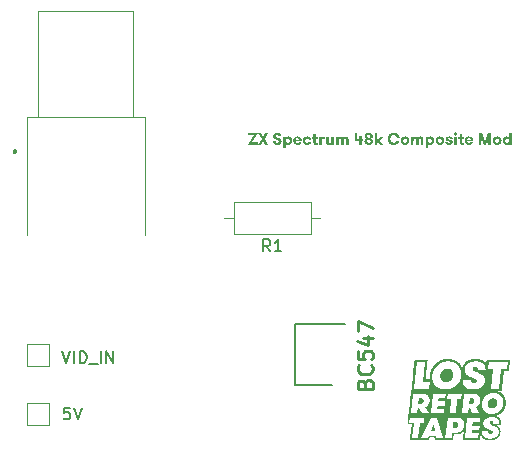
<source format=gbr>
%TF.GenerationSoftware,KiCad,Pcbnew,7.0.9*%
%TF.CreationDate,2023-11-16T15:57:50+00:00*%
%TF.ProjectId,zx_spectrum_composite_mod,7a785f73-7065-4637-9472-756d5f636f6d,0*%
%TF.SameCoordinates,Original*%
%TF.FileFunction,Legend,Top*%
%TF.FilePolarity,Positive*%
%FSLAX46Y46*%
G04 Gerber Fmt 4.6, Leading zero omitted, Abs format (unit mm)*
G04 Created by KiCad (PCBNEW 7.0.9) date 2023-11-16 15:57:50*
%MOMM*%
%LPD*%
G01*
G04 APERTURE LIST*
%ADD10C,0.000000*%
%ADD11C,0.150000*%
%ADD12C,0.254000*%
%ADD13C,0.120000*%
%ADD14C,0.200000*%
%ADD15C,0.100000*%
%ADD16C,0.300000*%
G04 APERTURE END LIST*
D10*
G36*
X99128132Y-56330082D02*
G01*
X99192538Y-56333646D01*
X99254887Y-56339580D01*
X99315170Y-56347876D01*
X99373375Y-56358528D01*
X99429493Y-56371531D01*
X99483511Y-56386878D01*
X99535419Y-56404563D01*
X99585206Y-56424579D01*
X99632862Y-56446921D01*
X99678375Y-56471582D01*
X99721735Y-56498556D01*
X99762931Y-56527837D01*
X99801951Y-56559418D01*
X99838786Y-56593294D01*
X99873424Y-56629459D01*
X99879282Y-56635902D01*
X99884967Y-56642506D01*
X99890502Y-56649234D01*
X99895914Y-56656049D01*
X99906464Y-56669791D01*
X99916816Y-56683434D01*
X99928458Y-56578659D01*
X99948566Y-56389217D01*
X101967865Y-56389217D01*
X101967865Y-56390275D01*
X101942466Y-56624167D01*
X101882141Y-57196725D01*
X101862033Y-57386167D01*
X101399540Y-57386167D01*
X101242907Y-58874184D01*
X101222798Y-59063625D01*
X100886248Y-59063625D01*
X100951414Y-59084297D01*
X101016004Y-59109245D01*
X101079518Y-59138825D01*
X101141456Y-59173394D01*
X101171677Y-59192661D01*
X101201316Y-59213309D01*
X101230310Y-59235382D01*
X101258598Y-59258925D01*
X101286115Y-59283983D01*
X101312801Y-59310600D01*
X101338591Y-59338821D01*
X101363424Y-59368690D01*
X101387237Y-59400252D01*
X101409968Y-59433551D01*
X101431553Y-59468633D01*
X101451930Y-59505541D01*
X101471036Y-59544321D01*
X101488810Y-59585016D01*
X101505188Y-59627672D01*
X101520107Y-59672332D01*
X101533506Y-59719042D01*
X101545322Y-59767846D01*
X101555491Y-59818789D01*
X101563952Y-59871915D01*
X101570641Y-59927268D01*
X101575497Y-59984894D01*
X101578456Y-60044837D01*
X101579457Y-60107142D01*
X101577832Y-60170296D01*
X101573054Y-60231005D01*
X101565270Y-60289315D01*
X101554627Y-60345273D01*
X101541271Y-60398927D01*
X101525348Y-60450323D01*
X101507006Y-60499509D01*
X101486389Y-60546532D01*
X101463646Y-60591439D01*
X101438923Y-60634276D01*
X101412365Y-60675092D01*
X101384120Y-60713933D01*
X101354334Y-60750846D01*
X101323153Y-60785878D01*
X101290724Y-60819077D01*
X101257194Y-60850489D01*
X101187415Y-60908142D01*
X101114989Y-60959214D01*
X101041086Y-61004082D01*
X100966880Y-61043122D01*
X100893542Y-61076711D01*
X100822244Y-61105227D01*
X100754158Y-61129045D01*
X100690457Y-61148542D01*
X100716923Y-61155252D01*
X100742741Y-61162681D01*
X100767908Y-61170829D01*
X100792421Y-61179696D01*
X100816276Y-61189284D01*
X100839471Y-61199590D01*
X100862002Y-61210616D01*
X100883867Y-61222361D01*
X100905062Y-61234825D01*
X100925585Y-61248009D01*
X100945431Y-61261912D01*
X100964598Y-61276534D01*
X100983083Y-61291876D01*
X101000883Y-61307937D01*
X101017995Y-61324717D01*
X101034415Y-61342217D01*
X101054926Y-61366580D01*
X101073980Y-61392015D01*
X101091563Y-61418475D01*
X101107655Y-61445917D01*
X101122240Y-61474296D01*
X101135302Y-61503565D01*
X101146822Y-61533682D01*
X101156784Y-61564599D01*
X101165172Y-61596274D01*
X101171967Y-61628659D01*
X101177153Y-61661712D01*
X101180713Y-61695386D01*
X101182629Y-61729637D01*
X101182885Y-61764420D01*
X101181464Y-61799689D01*
X101178348Y-61835400D01*
X101164590Y-61958167D01*
X100810048Y-61958167D01*
X100843497Y-61978178D01*
X100875878Y-61999390D01*
X100907040Y-62021914D01*
X100936833Y-62045860D01*
X100965107Y-62071337D01*
X100991711Y-62098456D01*
X101004341Y-62112666D01*
X101016496Y-62127327D01*
X101028158Y-62142454D01*
X101039310Y-62158060D01*
X101049931Y-62174159D01*
X101060003Y-62190764D01*
X101069507Y-62207891D01*
X101078425Y-62225551D01*
X101086737Y-62243760D01*
X101094425Y-62262530D01*
X101101470Y-62281876D01*
X101107854Y-62301811D01*
X101113556Y-62322349D01*
X101118560Y-62343504D01*
X101122845Y-62365290D01*
X101126393Y-62387720D01*
X101129186Y-62410808D01*
X101131203Y-62434568D01*
X101132428Y-62459014D01*
X101132840Y-62484159D01*
X101131785Y-62525007D01*
X101128644Y-62564985D01*
X101123448Y-62604063D01*
X101116234Y-62642214D01*
X101107033Y-62679410D01*
X101095880Y-62715623D01*
X101082808Y-62750826D01*
X101067852Y-62784990D01*
X101051045Y-62818087D01*
X101032420Y-62850090D01*
X101012012Y-62880970D01*
X100989854Y-62910700D01*
X100965979Y-62939252D01*
X100940423Y-62966597D01*
X100913217Y-62992709D01*
X100884396Y-63017558D01*
X100853995Y-63041118D01*
X100822045Y-63063360D01*
X100788582Y-63084257D01*
X100753639Y-63103779D01*
X100717249Y-63121901D01*
X100679446Y-63138593D01*
X100640265Y-63153828D01*
X100599738Y-63167577D01*
X100557899Y-63179814D01*
X100514783Y-63190509D01*
X100470423Y-63199636D01*
X100424852Y-63207165D01*
X100378105Y-63213070D01*
X100330214Y-63217323D01*
X100281215Y-63219895D01*
X100231140Y-63220758D01*
X100179825Y-63219818D01*
X100129887Y-63217005D01*
X100081363Y-63212331D01*
X100034290Y-63205809D01*
X99988705Y-63197452D01*
X99944645Y-63187272D01*
X99902149Y-63175281D01*
X99861252Y-63161492D01*
X99821992Y-63145917D01*
X99784407Y-63128568D01*
X99748533Y-63109458D01*
X99714408Y-63088599D01*
X99682069Y-63066004D01*
X99651553Y-63041685D01*
X99622898Y-63015655D01*
X99596139Y-62987925D01*
X99578393Y-62967291D01*
X99561667Y-62945881D01*
X99545968Y-62923715D01*
X99531300Y-62900811D01*
X99517668Y-62877188D01*
X99505075Y-62852864D01*
X99493528Y-62827858D01*
X99483030Y-62802188D01*
X99473587Y-62775873D01*
X99465202Y-62748932D01*
X99457881Y-62721383D01*
X99451628Y-62693245D01*
X99446447Y-62664537D01*
X99442344Y-62635277D01*
X99439324Y-62605483D01*
X99437390Y-62575175D01*
X99427864Y-62665133D01*
X99388707Y-63051425D01*
X99376007Y-63175250D01*
X97983241Y-63175250D01*
X97997895Y-63035550D01*
X98135641Y-63035550D01*
X99251125Y-63035550D01*
X99290282Y-62649258D01*
X98689149Y-62649258D01*
X98702930Y-62523848D01*
X99572890Y-62523848D01*
X99573136Y-62558207D01*
X99574937Y-62591635D01*
X99578287Y-62624116D01*
X99583179Y-62655635D01*
X99589607Y-62686175D01*
X99597563Y-62715718D01*
X99607042Y-62744249D01*
X99618037Y-62771752D01*
X99630541Y-62798209D01*
X99644548Y-62823604D01*
X99660050Y-62847921D01*
X99677042Y-62871143D01*
X99695517Y-62893255D01*
X99715468Y-62914238D01*
X99736889Y-62934078D01*
X99759773Y-62952756D01*
X99784113Y-62970258D01*
X99809904Y-62986566D01*
X99837137Y-63001665D01*
X99865808Y-63015536D01*
X99895908Y-63028165D01*
X99927432Y-63039535D01*
X99960373Y-63049628D01*
X99994725Y-63058429D01*
X100030480Y-63065922D01*
X100067632Y-63072089D01*
X100106175Y-63076914D01*
X100146103Y-63080381D01*
X100187407Y-63082473D01*
X100230082Y-63083174D01*
X100314880Y-63080366D01*
X100395701Y-63072064D01*
X100472340Y-63058457D01*
X100544590Y-63039733D01*
X100579004Y-63028511D01*
X100612244Y-63016079D01*
X100644284Y-63002462D01*
X100675097Y-62987683D01*
X100704659Y-62971765D01*
X100732943Y-62954731D01*
X100759924Y-62936606D01*
X100785576Y-62917413D01*
X100809872Y-62897175D01*
X100832788Y-62875915D01*
X100854297Y-62853657D01*
X100874374Y-62830425D01*
X100892993Y-62806242D01*
X100910129Y-62781131D01*
X100925754Y-62755115D01*
X100939844Y-62728219D01*
X100952373Y-62700466D01*
X100963316Y-62671879D01*
X100972645Y-62642481D01*
X100980336Y-62612297D01*
X100986363Y-62581349D01*
X100990699Y-62549660D01*
X100993320Y-62517256D01*
X100994200Y-62484158D01*
X100993431Y-62453504D01*
X100991153Y-62424215D01*
X100987406Y-62396243D01*
X100982231Y-62369539D01*
X100975669Y-62344056D01*
X100967759Y-62319745D01*
X100958544Y-62296556D01*
X100948063Y-62274442D01*
X100936357Y-62253355D01*
X100923468Y-62233246D01*
X100909434Y-62214065D01*
X100894299Y-62195766D01*
X100878101Y-62178299D01*
X100860882Y-62161617D01*
X100842683Y-62145670D01*
X100823543Y-62130410D01*
X100803505Y-62115789D01*
X100782608Y-62101758D01*
X100738401Y-62075273D01*
X100691249Y-62050568D01*
X100641477Y-62027256D01*
X100589410Y-62004947D01*
X100535375Y-61983256D01*
X100422699Y-61940175D01*
X100396531Y-61930117D01*
X100372007Y-61920139D01*
X100349132Y-61910170D01*
X100327912Y-61900140D01*
X100308355Y-61889980D01*
X100290466Y-61879620D01*
X100274250Y-61868991D01*
X100259716Y-61858022D01*
X100246868Y-61846643D01*
X100235713Y-61834786D01*
X100226257Y-61822380D01*
X100222169Y-61815949D01*
X100218507Y-61809355D01*
X100215273Y-61802589D01*
X100212468Y-61795642D01*
X100210092Y-61788505D01*
X100208147Y-61781171D01*
X100206632Y-61773629D01*
X100205550Y-61765872D01*
X100204899Y-61757890D01*
X100204682Y-61749675D01*
X100204928Y-61740975D01*
X100205656Y-61732536D01*
X100206850Y-61724360D01*
X100208498Y-61716447D01*
X100210585Y-61708798D01*
X100213096Y-61701415D01*
X100216017Y-61694298D01*
X100219334Y-61687448D01*
X100223032Y-61680866D01*
X100227097Y-61674554D01*
X100231515Y-61668512D01*
X100236271Y-61662741D01*
X100241352Y-61657241D01*
X100246742Y-61652015D01*
X100252427Y-61647063D01*
X100258393Y-61642386D01*
X100264626Y-61637985D01*
X100271111Y-61633861D01*
X100277835Y-61630015D01*
X100284781Y-61626447D01*
X100291938Y-61623159D01*
X100299289Y-61620153D01*
X100306820Y-61617428D01*
X100314518Y-61614985D01*
X100322368Y-61612827D01*
X100330356Y-61610953D01*
X100338466Y-61609364D01*
X100346686Y-61608063D01*
X100355000Y-61607049D01*
X100363395Y-61606323D01*
X100371855Y-61605887D01*
X100380367Y-61605741D01*
X100390884Y-61605964D01*
X100401006Y-61606631D01*
X100410733Y-61607739D01*
X100420067Y-61609286D01*
X100429008Y-61611270D01*
X100437559Y-61613687D01*
X100445719Y-61616536D01*
X100453491Y-61619814D01*
X100460875Y-61623518D01*
X100467873Y-61627646D01*
X100474485Y-61632195D01*
X100480714Y-61637163D01*
X100486559Y-61642547D01*
X100492023Y-61648345D01*
X100497106Y-61654554D01*
X100501810Y-61661172D01*
X100506136Y-61668196D01*
X100510084Y-61675623D01*
X100513656Y-61683452D01*
X100516854Y-61691679D01*
X100519678Y-61700303D01*
X100522130Y-61709320D01*
X100524210Y-61718728D01*
X100525920Y-61728525D01*
X100527261Y-61738707D01*
X100528235Y-61749273D01*
X100528841Y-61760221D01*
X100529083Y-61771546D01*
X100528960Y-61783248D01*
X100528474Y-61795323D01*
X100527625Y-61807769D01*
X100526416Y-61820583D01*
X101040766Y-61820583D01*
X101044454Y-61769425D01*
X101043823Y-61718253D01*
X101041803Y-61692805D01*
X101038601Y-61667525D01*
X101034182Y-61642470D01*
X101028513Y-61617697D01*
X101021558Y-61593264D01*
X101013283Y-61569228D01*
X101003655Y-61545645D01*
X100992639Y-61522574D01*
X100980200Y-61500070D01*
X100966305Y-61478192D01*
X100950918Y-61456997D01*
X100934007Y-61436541D01*
X100915535Y-61416882D01*
X100895470Y-61398077D01*
X100873777Y-61380183D01*
X100850421Y-61363257D01*
X100825368Y-61347357D01*
X100798585Y-61332540D01*
X100770036Y-61318863D01*
X100739687Y-61306382D01*
X100707504Y-61295156D01*
X100673453Y-61285241D01*
X100637499Y-61276695D01*
X100599609Y-61269574D01*
X100559747Y-61263936D01*
X100517879Y-61259839D01*
X100473972Y-61257338D01*
X100427991Y-61256492D01*
X100358406Y-61258393D01*
X100289322Y-61264163D01*
X100221290Y-61273898D01*
X100154858Y-61287696D01*
X100090579Y-61305655D01*
X100029001Y-61327873D01*
X99970676Y-61354448D01*
X99916154Y-61385476D01*
X99890491Y-61402691D01*
X99865986Y-61421056D01*
X99842706Y-61440584D01*
X99820720Y-61461285D01*
X99800099Y-61483174D01*
X99780909Y-61506262D01*
X99763221Y-61530561D01*
X99747102Y-61556083D01*
X99732622Y-61582841D01*
X99719850Y-61610846D01*
X99708854Y-61640112D01*
X99699702Y-61670649D01*
X99692465Y-61702472D01*
X99687211Y-61735590D01*
X99684007Y-61770018D01*
X99682924Y-61805767D01*
X99683650Y-61834796D01*
X99685802Y-61862580D01*
X99689343Y-61889164D01*
X99694237Y-61914593D01*
X99700447Y-61938912D01*
X99707934Y-61962166D01*
X99716664Y-61984401D01*
X99726597Y-62005659D01*
X99737698Y-62025988D01*
X99749929Y-62045432D01*
X99763254Y-62064035D01*
X99777635Y-62081843D01*
X99793035Y-62098901D01*
X99809418Y-62115253D01*
X99826746Y-62130945D01*
X99844982Y-62146021D01*
X99864089Y-62160527D01*
X99884031Y-62174507D01*
X99926269Y-62201071D01*
X99971400Y-62226072D01*
X100019127Y-62249870D01*
X100069155Y-62272825D01*
X100121188Y-62295296D01*
X100230082Y-62340225D01*
X100289417Y-62364833D01*
X100315721Y-62376416D01*
X100339835Y-62387668D01*
X100361797Y-62398703D01*
X100381645Y-62409635D01*
X100399420Y-62420575D01*
X100415158Y-62431638D01*
X100428900Y-62442937D01*
X100440684Y-62454585D01*
X100450549Y-62466694D01*
X100458534Y-62479379D01*
X100461833Y-62485973D01*
X100464676Y-62492752D01*
X100467069Y-62499732D01*
X100469016Y-62506927D01*
X100471591Y-62522016D01*
X100472441Y-62538133D01*
X100472210Y-62546876D01*
X100471523Y-62555438D01*
X100470389Y-62563814D01*
X100468817Y-62571998D01*
X100466817Y-62579982D01*
X100464397Y-62587760D01*
X100461567Y-62595327D01*
X100458335Y-62602675D01*
X100454711Y-62609798D01*
X100450704Y-62616690D01*
X100446323Y-62623345D01*
X100441578Y-62629755D01*
X100436476Y-62635916D01*
X100431028Y-62641819D01*
X100425242Y-62647459D01*
X100419127Y-62652830D01*
X100412694Y-62657925D01*
X100405950Y-62662737D01*
X100398904Y-62667261D01*
X100391567Y-62671489D01*
X100383947Y-62675416D01*
X100376053Y-62679035D01*
X100367895Y-62682340D01*
X100359480Y-62685324D01*
X100350820Y-62687981D01*
X100341922Y-62690305D01*
X100332795Y-62692288D01*
X100323450Y-62693925D01*
X100313894Y-62695210D01*
X100304138Y-62696135D01*
X100294189Y-62696695D01*
X100284058Y-62696883D01*
X100271917Y-62696623D01*
X100260105Y-62695847D01*
X100248629Y-62694558D01*
X100237495Y-62692759D01*
X100226710Y-62690457D01*
X100216281Y-62687654D01*
X100206213Y-62684354D01*
X100196514Y-62680562D01*
X100187190Y-62676281D01*
X100178248Y-62671517D01*
X100169694Y-62666272D01*
X100161535Y-62660551D01*
X100153778Y-62654357D01*
X100146429Y-62647696D01*
X100139494Y-62640571D01*
X100132981Y-62632986D01*
X100126895Y-62624946D01*
X100121245Y-62616453D01*
X100116035Y-62607513D01*
X100111273Y-62598130D01*
X100106965Y-62588306D01*
X100103117Y-62578048D01*
X100099738Y-62567358D01*
X100096832Y-62556241D01*
X100094407Y-62544700D01*
X100092469Y-62532740D01*
X100091025Y-62520366D01*
X100090081Y-62507580D01*
X100089644Y-62494387D01*
X100089721Y-62480792D01*
X100090317Y-62466797D01*
X100091441Y-62452408D01*
X99577091Y-62452408D01*
X99574207Y-62488577D01*
X99572890Y-62523848D01*
X98702930Y-62523848D01*
X98720899Y-62360333D01*
X99322032Y-62360333D01*
X99359074Y-61992033D01*
X98757941Y-61992033D01*
X98789691Y-61690408D01*
X99390824Y-61690408D01*
X99434216Y-61304117D01*
X98318732Y-61304117D01*
X98135641Y-63035550D01*
X97997895Y-63035550D01*
X97999116Y-63023908D01*
X98070024Y-62355042D01*
X98040176Y-62397132D01*
X98007845Y-62437214D01*
X97973130Y-62475191D01*
X97936129Y-62510964D01*
X97896938Y-62544437D01*
X97855656Y-62575512D01*
X97812380Y-62604091D01*
X97767209Y-62630076D01*
X97720239Y-62653370D01*
X97671568Y-62673875D01*
X97621294Y-62691493D01*
X97569515Y-62706127D01*
X97543092Y-62712295D01*
X97516329Y-62717679D01*
X97489238Y-62722269D01*
X97461832Y-62726052D01*
X97434123Y-62729015D01*
X97406123Y-62731147D01*
X97377844Y-62732435D01*
X97349299Y-62732867D01*
X97156683Y-62732867D01*
X97122816Y-63052484D01*
X97110116Y-63175250D01*
X95575533Y-63175250D01*
X95554366Y-63063067D01*
X95538491Y-62975225D01*
X95163841Y-62975225D01*
X95117274Y-63089525D01*
X95082349Y-63175250D01*
X93484266Y-63175250D01*
X93500141Y-63023908D01*
X93619733Y-61884083D01*
X93264133Y-61884083D01*
X93278685Y-61744383D01*
X93417591Y-61744383D01*
X93774250Y-61744383D01*
X93637725Y-63035550D01*
X94152075Y-63035550D01*
X94432533Y-63035550D01*
X94989216Y-63035550D01*
X95070708Y-62835525D01*
X95651733Y-62835525D01*
X95688775Y-63035550D01*
X96263450Y-63035550D01*
X96470883Y-63035550D01*
X96985233Y-63035550D01*
X97031799Y-62593167D01*
X97348241Y-62593167D01*
X97387560Y-62592109D01*
X97426122Y-62589169D01*
X97463894Y-62584400D01*
X97500844Y-62577854D01*
X97536939Y-62569584D01*
X97572148Y-62559643D01*
X97606439Y-62548084D01*
X97639779Y-62534958D01*
X97672136Y-62520320D01*
X97703478Y-62504221D01*
X97733772Y-62486715D01*
X97762988Y-62467853D01*
X97791092Y-62447690D01*
X97818052Y-62426277D01*
X97843836Y-62403667D01*
X97868412Y-62379913D01*
X97891748Y-62355067D01*
X97913811Y-62329183D01*
X97934570Y-62302313D01*
X97953992Y-62274509D01*
X97972045Y-62245825D01*
X97988697Y-62216313D01*
X98003916Y-62186026D01*
X98017670Y-62155017D01*
X98029926Y-62123338D01*
X98040652Y-62091041D01*
X98049816Y-62058181D01*
X98057386Y-62024809D01*
X98063330Y-61990978D01*
X98067616Y-61956740D01*
X98070211Y-61922150D01*
X98071083Y-61887258D01*
X98070446Y-61857462D01*
X98068544Y-61828026D01*
X98065390Y-61798990D01*
X98060995Y-61770391D01*
X98055373Y-61742268D01*
X98048535Y-61714660D01*
X98040494Y-61687604D01*
X98031263Y-61661139D01*
X98020853Y-61635303D01*
X98009278Y-61610136D01*
X97996549Y-61585674D01*
X97982679Y-61561957D01*
X97967680Y-61539023D01*
X97951565Y-61516910D01*
X97934347Y-61495657D01*
X97916037Y-61475302D01*
X97896648Y-61455883D01*
X97876192Y-61437439D01*
X97854682Y-61420008D01*
X97832131Y-61403629D01*
X97808550Y-61388339D01*
X97783952Y-61374178D01*
X97758349Y-61361183D01*
X97731754Y-61349394D01*
X97704180Y-61338847D01*
X97675638Y-61329582D01*
X97646141Y-61321638D01*
X97615702Y-61315052D01*
X97584332Y-61309862D01*
X97552044Y-61306108D01*
X97518852Y-61303827D01*
X97484766Y-61303058D01*
X96653974Y-61303058D01*
X96470883Y-63035550D01*
X96263450Y-63035550D01*
X95793549Y-61304117D01*
X95253800Y-61304117D01*
X94432533Y-63035550D01*
X94152075Y-63035550D01*
X94288600Y-61744383D01*
X94644200Y-61744383D01*
X94690766Y-61304117D01*
X93464158Y-61304117D01*
X93417591Y-61744383D01*
X93278685Y-61744383D01*
X93280008Y-61731684D01*
X93326575Y-61291417D01*
X93339275Y-61168650D01*
X93340333Y-61168650D01*
X93366540Y-60943225D01*
X95253800Y-60943225D01*
X96331183Y-60943225D01*
X96369283Y-60570692D01*
X95789316Y-60570692D01*
X95820008Y-60291292D01*
X96401033Y-60291292D01*
X96437016Y-59935692D01*
X95857050Y-59935692D01*
X95882384Y-59695450D01*
X96639158Y-59695450D01*
X96983116Y-59695450D01*
X96852941Y-60942167D01*
X97349299Y-60942167D01*
X97886933Y-60942167D01*
X98383291Y-60942167D01*
X98428799Y-60514600D01*
X98521933Y-60514600D01*
X98761116Y-60942167D01*
X99346374Y-60942167D01*
X99064857Y-60433108D01*
X99085654Y-60421586D01*
X99105968Y-60409452D01*
X99125787Y-60396720D01*
X99145100Y-60383406D01*
X99163896Y-60369524D01*
X99182162Y-60355087D01*
X99199887Y-60340112D01*
X99217059Y-60324613D01*
X99233667Y-60308603D01*
X99249699Y-60292098D01*
X99265143Y-60275111D01*
X99279988Y-60257659D01*
X99294223Y-60239754D01*
X99307835Y-60221412D01*
X99320813Y-60202647D01*
X99329145Y-60189692D01*
X99554867Y-60189692D01*
X99555691Y-60229227D01*
X99558161Y-60268417D01*
X99562274Y-60307202D01*
X99568027Y-60345523D01*
X99575417Y-60383320D01*
X99584439Y-60420534D01*
X99595091Y-60457103D01*
X99607370Y-60492970D01*
X99621271Y-60528075D01*
X99636793Y-60562356D01*
X99653931Y-60595756D01*
X99672682Y-60628214D01*
X99693044Y-60659670D01*
X99715012Y-60690065D01*
X99738583Y-60719340D01*
X99763755Y-60747433D01*
X99790523Y-60774287D01*
X99818885Y-60799841D01*
X99848837Y-60824034D01*
X99880376Y-60846809D01*
X99913498Y-60868105D01*
X99948201Y-60887862D01*
X99984481Y-60906021D01*
X100022335Y-60922521D01*
X100061759Y-60937304D01*
X100102751Y-60950310D01*
X100145306Y-60961478D01*
X100189422Y-60970750D01*
X100235095Y-60978065D01*
X100282322Y-60983364D01*
X100331099Y-60986587D01*
X100381424Y-60987675D01*
X100437636Y-60986318D01*
X100492544Y-60982300D01*
X100546119Y-60975702D01*
X100598327Y-60966603D01*
X100649138Y-60955085D01*
X100698519Y-60941227D01*
X100746440Y-60925109D01*
X100792868Y-60906812D01*
X100837773Y-60886415D01*
X100881122Y-60864000D01*
X100922883Y-60839647D01*
X100963026Y-60813434D01*
X101001519Y-60785444D01*
X101038330Y-60755756D01*
X101073428Y-60724450D01*
X101106780Y-60691606D01*
X101138356Y-60657305D01*
X101168123Y-60621628D01*
X101196051Y-60584653D01*
X101222107Y-60546462D01*
X101246261Y-60507134D01*
X101268480Y-60466750D01*
X101288732Y-60425391D01*
X101306987Y-60383135D01*
X101323213Y-60340064D01*
X101337377Y-60296258D01*
X101349449Y-60251797D01*
X101359397Y-60206762D01*
X101367190Y-60161231D01*
X101372795Y-60115287D01*
X101376181Y-60069008D01*
X101377317Y-60022475D01*
X101376492Y-59982940D01*
X101374022Y-59943750D01*
X101369909Y-59904965D01*
X101364156Y-59866644D01*
X101356766Y-59828847D01*
X101347744Y-59791634D01*
X101337092Y-59755064D01*
X101324813Y-59719197D01*
X101310912Y-59684092D01*
X101295390Y-59649811D01*
X101278252Y-59616411D01*
X101259500Y-59583953D01*
X101239139Y-59552497D01*
X101217171Y-59522102D01*
X101193599Y-59492827D01*
X101168428Y-59464734D01*
X101141659Y-59437880D01*
X101113298Y-59412326D01*
X101083346Y-59388132D01*
X101051807Y-59365358D01*
X101018684Y-59344062D01*
X100983981Y-59324305D01*
X100947701Y-59306146D01*
X100909847Y-59289646D01*
X100870423Y-59274863D01*
X100829432Y-59261857D01*
X100786876Y-59250689D01*
X100742761Y-59241417D01*
X100697088Y-59234102D01*
X100649861Y-59228803D01*
X100601083Y-59225580D01*
X100550758Y-59224492D01*
X100494546Y-59225849D01*
X100439638Y-59229867D01*
X100386064Y-59236465D01*
X100333855Y-59245564D01*
X100283045Y-59257082D01*
X100233663Y-59270940D01*
X100185743Y-59287058D01*
X100139314Y-59305355D01*
X100094410Y-59325751D01*
X100051061Y-59348167D01*
X100009300Y-59372520D01*
X99969156Y-59398732D01*
X99930664Y-59426723D01*
X99893853Y-59456411D01*
X99858755Y-59487717D01*
X99825403Y-59520561D01*
X99793827Y-59554861D01*
X99764060Y-59590539D01*
X99736132Y-59627514D01*
X99710076Y-59665705D01*
X99685922Y-59705033D01*
X99663704Y-59745417D01*
X99643451Y-59786776D01*
X99625196Y-59829032D01*
X99608971Y-59872102D01*
X99594806Y-59915909D01*
X99582734Y-59960370D01*
X99572786Y-60005405D01*
X99564994Y-60050936D01*
X99559389Y-60096880D01*
X99556002Y-60143159D01*
X99554867Y-60189692D01*
X99329145Y-60189692D01*
X99333145Y-60183474D01*
X99344820Y-60163907D01*
X99355826Y-60143961D01*
X99366151Y-60123650D01*
X99375784Y-60102989D01*
X99384713Y-60081992D01*
X99392927Y-60060675D01*
X99400414Y-60039050D01*
X99407162Y-60017134D01*
X99413160Y-59994940D01*
X99418395Y-59972483D01*
X99422858Y-59949778D01*
X99426534Y-59926839D01*
X99429414Y-59903680D01*
X99431486Y-59880317D01*
X99432738Y-59856763D01*
X99433157Y-59833034D01*
X99432542Y-59804319D01*
X99430705Y-59775946D01*
X99427658Y-59747951D01*
X99423413Y-59720373D01*
X99417982Y-59693248D01*
X99411377Y-59666614D01*
X99403610Y-59640508D01*
X99394693Y-59614967D01*
X99384639Y-59590030D01*
X99373458Y-59565733D01*
X99361164Y-59542115D01*
X99347767Y-59519211D01*
X99333281Y-59497060D01*
X99317717Y-59475699D01*
X99301087Y-59455166D01*
X99283403Y-59435497D01*
X99264678Y-59416731D01*
X99244922Y-59398904D01*
X99224149Y-59382055D01*
X99202370Y-59366220D01*
X99179598Y-59351437D01*
X99155844Y-59337743D01*
X99131120Y-59325175D01*
X99105438Y-59313772D01*
X99078811Y-59303571D01*
X99051250Y-59294608D01*
X99022767Y-59286921D01*
X98993375Y-59280548D01*
X98963085Y-59275527D01*
X98931909Y-59271893D01*
X98899860Y-59269686D01*
X98866949Y-59268942D01*
X98064733Y-59268942D01*
X97886933Y-60942167D01*
X97349299Y-60942167D01*
X97480533Y-59695450D01*
X97824491Y-59695450D01*
X97870000Y-59270000D01*
X96684666Y-59270000D01*
X96639158Y-59695450D01*
X95882384Y-59695450D01*
X95887742Y-59644650D01*
X96467708Y-59644650D01*
X96467708Y-59643592D01*
X96507925Y-59271059D01*
X95430541Y-59271059D01*
X95253800Y-60943225D01*
X93366540Y-60943225D01*
X93366663Y-60942167D01*
X93586925Y-60942167D01*
X94083283Y-60942167D01*
X94128791Y-60514600D01*
X94221925Y-60514600D01*
X94461108Y-60942167D01*
X95046366Y-60942167D01*
X94764850Y-60433108D01*
X94785646Y-60421586D01*
X94805960Y-60409452D01*
X94825780Y-60396720D01*
X94845093Y-60383406D01*
X94863888Y-60369524D01*
X94882154Y-60355087D01*
X94899879Y-60340112D01*
X94917051Y-60324613D01*
X94933659Y-60308603D01*
X94949691Y-60292098D01*
X94965135Y-60275111D01*
X94979981Y-60257659D01*
X94994215Y-60239754D01*
X95007827Y-60221412D01*
X95020805Y-60202647D01*
X95033137Y-60183474D01*
X95044812Y-60163907D01*
X95055818Y-60143961D01*
X95066143Y-60123650D01*
X95075776Y-60102989D01*
X95084706Y-60081992D01*
X95092920Y-60060675D01*
X95100406Y-60039050D01*
X95107154Y-60017134D01*
X95113152Y-59994940D01*
X95118388Y-59972483D01*
X95122850Y-59949778D01*
X95126527Y-59926839D01*
X95129407Y-59903680D01*
X95131478Y-59880317D01*
X95132730Y-59856763D01*
X95133150Y-59833034D01*
X95132535Y-59804319D01*
X95130698Y-59775946D01*
X95127651Y-59747951D01*
X95123406Y-59720373D01*
X95117975Y-59693248D01*
X95111370Y-59666614D01*
X95103603Y-59640508D01*
X95094686Y-59614967D01*
X95084631Y-59590030D01*
X95073450Y-59565733D01*
X95061156Y-59542115D01*
X95047759Y-59519211D01*
X95033273Y-59497060D01*
X95017709Y-59475699D01*
X95001079Y-59455166D01*
X94983395Y-59435497D01*
X94964670Y-59416731D01*
X94944915Y-59398904D01*
X94924141Y-59382055D01*
X94902363Y-59366220D01*
X94879590Y-59351437D01*
X94855836Y-59337743D01*
X94831112Y-59325175D01*
X94805430Y-59313772D01*
X94778803Y-59303571D01*
X94751242Y-59294608D01*
X94722759Y-59286921D01*
X94693367Y-59280548D01*
X94663077Y-59275527D01*
X94631901Y-59271893D01*
X94599852Y-59269686D01*
X94566941Y-59268942D01*
X93763666Y-59268942D01*
X93586925Y-60942167D01*
X93366663Y-60942167D01*
X93584808Y-59065742D01*
X93584808Y-59064684D01*
X93606947Y-58851959D01*
X93821875Y-58851959D01*
X95079175Y-58851959D01*
X95140558Y-58279400D01*
X94551066Y-58279400D01*
X94727808Y-56601942D01*
X94060000Y-56601942D01*
X93821875Y-58851959D01*
X93606947Y-58851959D01*
X93609150Y-58830792D01*
X93849391Y-56579717D01*
X93869500Y-56390275D01*
X94964875Y-56390275D01*
X94940533Y-56624167D01*
X94788133Y-58067734D01*
X95164900Y-58067734D01*
X95160435Y-58039159D01*
X95156565Y-58010584D01*
X95153291Y-57982009D01*
X95150612Y-57953434D01*
X95148528Y-57924859D01*
X95147040Y-57896284D01*
X95146147Y-57867709D01*
X95145849Y-57839134D01*
X95355400Y-57839134D01*
X95356509Y-57892308D01*
X95359834Y-57945017D01*
X95365370Y-57997182D01*
X95373112Y-58048721D01*
X95383057Y-58099555D01*
X95395200Y-58149603D01*
X95409535Y-58198786D01*
X95426060Y-58247022D01*
X95444769Y-58294232D01*
X95465658Y-58340336D01*
X95488722Y-58385252D01*
X95513957Y-58428902D01*
X95541359Y-58471205D01*
X95570923Y-58512080D01*
X95602645Y-58551448D01*
X95636519Y-58589227D01*
X95672543Y-58625339D01*
X95710710Y-58659702D01*
X95751018Y-58692237D01*
X95793461Y-58722863D01*
X95838034Y-58751499D01*
X95884734Y-58778067D01*
X95933556Y-58802485D01*
X95984496Y-58824673D01*
X96037549Y-58844552D01*
X96092710Y-58862040D01*
X96149975Y-58877058D01*
X96209340Y-58889525D01*
X96270800Y-58899362D01*
X96334351Y-58906487D01*
X96399989Y-58910821D01*
X96467708Y-58912284D01*
X96543343Y-58910457D01*
X96617223Y-58905048D01*
X96689308Y-58896167D01*
X96759553Y-58883919D01*
X96827918Y-58868415D01*
X96894358Y-58849762D01*
X96958833Y-58828068D01*
X97021299Y-58803441D01*
X97081713Y-58775989D01*
X97140035Y-58745821D01*
X97196220Y-58713044D01*
X97250227Y-58677768D01*
X97302014Y-58640099D01*
X97351537Y-58600146D01*
X97398754Y-58558017D01*
X97443623Y-58513821D01*
X97486102Y-58467665D01*
X97526148Y-58419658D01*
X97563718Y-58369907D01*
X97598770Y-58318521D01*
X97631262Y-58265608D01*
X97661152Y-58211277D01*
X97673931Y-58185177D01*
X97950106Y-58185177D01*
X97950363Y-58229936D01*
X97952651Y-58273474D01*
X97956961Y-58315769D01*
X97963284Y-58356801D01*
X97971612Y-58396549D01*
X97981935Y-58434992D01*
X97994243Y-58472109D01*
X98008529Y-58507881D01*
X98024782Y-58542285D01*
X98042993Y-58575301D01*
X98063155Y-58606910D01*
X98085256Y-58637089D01*
X98109289Y-58665818D01*
X98135244Y-58693076D01*
X98163112Y-58718843D01*
X98192884Y-58743098D01*
X98224551Y-58765820D01*
X98258104Y-58786989D01*
X98293533Y-58806583D01*
X98330830Y-58824582D01*
X98369985Y-58840966D01*
X98410989Y-58855712D01*
X98453834Y-58868802D01*
X98498510Y-58880213D01*
X98545008Y-58889926D01*
X98593318Y-58897920D01*
X98643433Y-58904173D01*
X98695342Y-58908665D01*
X98749036Y-58911375D01*
X98804507Y-58912284D01*
X98914720Y-58908629D01*
X99019754Y-58897829D01*
X99119344Y-58880130D01*
X99213222Y-58855778D01*
X99257937Y-58841185D01*
X99301123Y-58825021D01*
X99342748Y-58807318D01*
X99382779Y-58788105D01*
X99421182Y-58767414D01*
X99457924Y-58745276D01*
X99492971Y-58721721D01*
X99526291Y-58696780D01*
X99557849Y-58670485D01*
X99587613Y-58642865D01*
X99615549Y-58613952D01*
X99641624Y-58583776D01*
X99665805Y-58552369D01*
X99688058Y-58519761D01*
X99708349Y-58485983D01*
X99726646Y-58451065D01*
X99742916Y-58415039D01*
X99757124Y-58377935D01*
X99769238Y-58339785D01*
X99779224Y-58300618D01*
X99787049Y-58260467D01*
X99792680Y-58219361D01*
X99796082Y-58177331D01*
X99797224Y-58134408D01*
X99796225Y-58094633D01*
X99793264Y-58056624D01*
X99788393Y-58020320D01*
X99781665Y-57985657D01*
X99773134Y-57952573D01*
X99762852Y-57921005D01*
X99750872Y-57890891D01*
X99737246Y-57862169D01*
X99722029Y-57834775D01*
X99705272Y-57808647D01*
X99687029Y-57783722D01*
X99667353Y-57759938D01*
X99646296Y-57737233D01*
X99623911Y-57715543D01*
X99600252Y-57694806D01*
X99575371Y-57674960D01*
X99549321Y-57655941D01*
X99522155Y-57637688D01*
X99464686Y-57603226D01*
X99403389Y-57571075D01*
X99338685Y-57540733D01*
X99270998Y-57511700D01*
X99200752Y-57483474D01*
X99054274Y-57427442D01*
X99020405Y-57414254D01*
X98988654Y-57401217D01*
X98959029Y-57388233D01*
X98931541Y-57375203D01*
X98906198Y-57362031D01*
X98883011Y-57348619D01*
X98861987Y-57334868D01*
X98843137Y-57320682D01*
X98826470Y-57305963D01*
X98811995Y-57290613D01*
X98799721Y-57274534D01*
X98794413Y-57266191D01*
X98789658Y-57257629D01*
X98785459Y-57248836D01*
X98781815Y-57239800D01*
X98778729Y-57230508D01*
X98776202Y-57220949D01*
X98774234Y-57211110D01*
X98772827Y-57200979D01*
X98771981Y-57190544D01*
X98771699Y-57179792D01*
X98772016Y-57168549D01*
X98772953Y-57157643D01*
X98774493Y-57147074D01*
X98776617Y-57136845D01*
X98779308Y-57126955D01*
X98782548Y-57117407D01*
X98786318Y-57108202D01*
X98790601Y-57099342D01*
X98795378Y-57090827D01*
X98800632Y-57082660D01*
X98806344Y-57074840D01*
X98812497Y-57067371D01*
X98819072Y-57060252D01*
X98826052Y-57053487D01*
X98833418Y-57047075D01*
X98841153Y-57041018D01*
X98849237Y-57035318D01*
X98857655Y-57029975D01*
X98866386Y-57024992D01*
X98875414Y-57020370D01*
X98884720Y-57016110D01*
X98894287Y-57012213D01*
X98904095Y-57008680D01*
X98914128Y-57005514D01*
X98924367Y-57002715D01*
X98934794Y-57000285D01*
X98945391Y-56998225D01*
X98956141Y-56996537D01*
X98967024Y-56995221D01*
X98978024Y-56994280D01*
X98989122Y-56993714D01*
X99000299Y-56993525D01*
X99013933Y-56993816D01*
X99027053Y-56994686D01*
X99039662Y-56996133D01*
X99051761Y-56998151D01*
X99063351Y-57000739D01*
X99074435Y-57003892D01*
X99085012Y-57007607D01*
X99095087Y-57011881D01*
X99104658Y-57016709D01*
X99113729Y-57022089D01*
X99122301Y-57028017D01*
X99130375Y-57034490D01*
X99137953Y-57041504D01*
X99145037Y-57049055D01*
X99151628Y-57057140D01*
X99157727Y-57065756D01*
X99163336Y-57074899D01*
X99168457Y-57084566D01*
X99173091Y-57094753D01*
X99177240Y-57105456D01*
X99180905Y-57116673D01*
X99184088Y-57128399D01*
X99186790Y-57140632D01*
X99189014Y-57153367D01*
X99190759Y-57166601D01*
X99192029Y-57180331D01*
X99192825Y-57194553D01*
X99193148Y-57209264D01*
X99192999Y-57224460D01*
X99192381Y-57240138D01*
X99191294Y-57256294D01*
X99189741Y-57272925D01*
X99853316Y-57272925D01*
X99862841Y-57188259D01*
X99862340Y-57174500D01*
X100076624Y-57174500D01*
X100539115Y-57174500D01*
X100362374Y-58851959D01*
X101031241Y-58851959D01*
X101207982Y-57174500D01*
X101670475Y-57174500D01*
X101732916Y-56601942D01*
X100138008Y-56601942D01*
X100076624Y-57174500D01*
X99862340Y-57174500D01*
X99860611Y-57127093D01*
X99857621Y-57096709D01*
X99853333Y-57066536D01*
X99847712Y-57036630D01*
X99840722Y-57007049D01*
X99832327Y-56977850D01*
X99822492Y-56949092D01*
X99811182Y-56920831D01*
X99798359Y-56893125D01*
X99783990Y-56866033D01*
X99768038Y-56839610D01*
X99750467Y-56813915D01*
X99731242Y-56789006D01*
X99710327Y-56764940D01*
X99687687Y-56741774D01*
X99663286Y-56719567D01*
X99637087Y-56698375D01*
X99609057Y-56678256D01*
X99579158Y-56659268D01*
X99547356Y-56641468D01*
X99513614Y-56624914D01*
X99477897Y-56609663D01*
X99440169Y-56595774D01*
X99400395Y-56583303D01*
X99358539Y-56572308D01*
X99314565Y-56562847D01*
X99268438Y-56554976D01*
X99220122Y-56548755D01*
X99169581Y-56544240D01*
X99116780Y-56541489D01*
X99061682Y-56540559D01*
X98971289Y-56543023D01*
X98881559Y-56550503D01*
X98793206Y-56563127D01*
X98706942Y-56581023D01*
X98623482Y-56604321D01*
X98543537Y-56633148D01*
X98467822Y-56667634D01*
X98397049Y-56707908D01*
X98363739Y-56730255D01*
X98331932Y-56754097D01*
X98301717Y-56779450D01*
X98273183Y-56806331D01*
X98246420Y-56834754D01*
X98221516Y-56864738D01*
X98198561Y-56896296D01*
X98177644Y-56929446D01*
X98158853Y-56964204D01*
X98142279Y-57000586D01*
X98128011Y-57038608D01*
X98116136Y-57078285D01*
X98106745Y-57119634D01*
X98099927Y-57162672D01*
X98095771Y-57207413D01*
X98094366Y-57253875D01*
X98095310Y-57291641D01*
X98098109Y-57327784D01*
X98102715Y-57362365D01*
X98109079Y-57395440D01*
X98117154Y-57427068D01*
X98126890Y-57457309D01*
X98138239Y-57486221D01*
X98151152Y-57513861D01*
X98165582Y-57540290D01*
X98181480Y-57565564D01*
X98198796Y-57589743D01*
X98217484Y-57612886D01*
X98237494Y-57635050D01*
X98258778Y-57656295D01*
X98281288Y-57676678D01*
X98304974Y-57696259D01*
X98329790Y-57715095D01*
X98355685Y-57733246D01*
X98410522Y-57767725D01*
X98469099Y-57800164D01*
X98531028Y-57831031D01*
X98595920Y-57860794D01*
X98663390Y-57889921D01*
X98804507Y-57948142D01*
X98881869Y-57980289D01*
X98916142Y-57995395D01*
X98947548Y-58010054D01*
X98976138Y-58024416D01*
X99001965Y-58038629D01*
X99025083Y-58052842D01*
X99045543Y-58067204D01*
X99063399Y-58081864D01*
X99078703Y-58096970D01*
X99091508Y-58112671D01*
X99101866Y-58129117D01*
X99106144Y-58137665D01*
X99109831Y-58146455D01*
X99112932Y-58155506D01*
X99115455Y-58164836D01*
X99118791Y-58184406D01*
X99119891Y-58205317D01*
X99119592Y-58216614D01*
X99118703Y-58227679D01*
X99117236Y-58238505D01*
X99115203Y-58249083D01*
X99112614Y-58259403D01*
X99109482Y-58269459D01*
X99105818Y-58279242D01*
X99101635Y-58288743D01*
X99096942Y-58297954D01*
X99091753Y-58306867D01*
X99086079Y-58315474D01*
X99079931Y-58323765D01*
X99073320Y-58331734D01*
X99066260Y-58339370D01*
X99058761Y-58346667D01*
X99050835Y-58353616D01*
X99042493Y-58360208D01*
X99033747Y-58366435D01*
X99024609Y-58372289D01*
X99015091Y-58377761D01*
X99005204Y-58382843D01*
X98994959Y-58387528D01*
X98984368Y-58391805D01*
X98973444Y-58395668D01*
X98962197Y-58399108D01*
X98950639Y-58402115D01*
X98938782Y-58404683D01*
X98926637Y-58406803D01*
X98914217Y-58408466D01*
X98901532Y-58409665D01*
X98888594Y-58410390D01*
X98875416Y-58410634D01*
X98859651Y-58410296D01*
X98844310Y-58409288D01*
X98829402Y-58407615D01*
X98814936Y-58405280D01*
X98800920Y-58402289D01*
X98787363Y-58398648D01*
X98774274Y-58394361D01*
X98761661Y-58389434D01*
X98749534Y-58383871D01*
X98737901Y-58377677D01*
X98726770Y-58370858D01*
X98716151Y-58363418D01*
X98706052Y-58355363D01*
X98696482Y-58346697D01*
X98687449Y-58337426D01*
X98678963Y-58327554D01*
X98671031Y-58317088D01*
X98663664Y-58306031D01*
X98656868Y-58294388D01*
X98650654Y-58282166D01*
X98645030Y-58269368D01*
X98640005Y-58256001D01*
X98635586Y-58242068D01*
X98631784Y-58227575D01*
X98628607Y-58212527D01*
X98626063Y-58196929D01*
X98624161Y-58180787D01*
X98622910Y-58164104D01*
X98622319Y-58146886D01*
X98622397Y-58129139D01*
X98623151Y-58110867D01*
X98624591Y-58092075D01*
X97955724Y-58092075D01*
X97951890Y-58139216D01*
X97950106Y-58185177D01*
X97673931Y-58185177D01*
X97688396Y-58155634D01*
X97712953Y-58098789D01*
X97734779Y-58040849D01*
X97753833Y-57981923D01*
X97770072Y-57922119D01*
X97783454Y-57861545D01*
X97793935Y-57800308D01*
X97801475Y-57738518D01*
X97806030Y-57676282D01*
X97807558Y-57613709D01*
X97806448Y-57560628D01*
X97803124Y-57508000D01*
X97797588Y-57455905D01*
X97789845Y-57404425D01*
X97779900Y-57353641D01*
X97767758Y-57303632D01*
X97753422Y-57254481D01*
X97736897Y-57206267D01*
X97718188Y-57159072D01*
X97697299Y-57112976D01*
X97674235Y-57068060D01*
X97649000Y-57024405D01*
X97621598Y-56982092D01*
X97592034Y-56941202D01*
X97560312Y-56901815D01*
X97526438Y-56864012D01*
X97490414Y-56827874D01*
X97452247Y-56793482D01*
X97411939Y-56760917D01*
X97369496Y-56730259D01*
X97324923Y-56701589D01*
X97278223Y-56674988D01*
X97229401Y-56650538D01*
X97178461Y-56628318D01*
X97125408Y-56608409D01*
X97070247Y-56590893D01*
X97012982Y-56575850D01*
X96953617Y-56563360D01*
X96892157Y-56553506D01*
X96828606Y-56546367D01*
X96762968Y-56542024D01*
X96695249Y-56540559D01*
X96619614Y-56542385D01*
X96545733Y-56547794D01*
X96473649Y-56556676D01*
X96403403Y-56568923D01*
X96335039Y-56584427D01*
X96268599Y-56603080D01*
X96204124Y-56624775D01*
X96141658Y-56649402D01*
X96081244Y-56676853D01*
X96022922Y-56707021D01*
X95966737Y-56739798D01*
X95912730Y-56775075D01*
X95860944Y-56812743D01*
X95811420Y-56852696D01*
X95764203Y-56894825D01*
X95719334Y-56939021D01*
X95676855Y-56985177D01*
X95636809Y-57033184D01*
X95599239Y-57082935D01*
X95564187Y-57134321D01*
X95531695Y-57187234D01*
X95501805Y-57241565D01*
X95474561Y-57297208D01*
X95450005Y-57354053D01*
X95428178Y-57411993D01*
X95409124Y-57470919D01*
X95392885Y-57530723D01*
X95379504Y-57591298D01*
X95369022Y-57652534D01*
X95361482Y-57714324D01*
X95356927Y-57776560D01*
X95355400Y-57839134D01*
X95145849Y-57839134D01*
X95147350Y-57769528D01*
X95152227Y-57699913D01*
X95160445Y-57630434D01*
X95171969Y-57561236D01*
X95186764Y-57492466D01*
X95204795Y-57424268D01*
X95226027Y-57356789D01*
X95250426Y-57290173D01*
X95277957Y-57224566D01*
X95308584Y-57160114D01*
X95342273Y-57096963D01*
X95378989Y-57035257D01*
X95418697Y-56975143D01*
X95461362Y-56916765D01*
X95506950Y-56860270D01*
X95555424Y-56805803D01*
X95606752Y-56753510D01*
X95660897Y-56703536D01*
X95717825Y-56656026D01*
X95777501Y-56611126D01*
X95839890Y-56568982D01*
X95904957Y-56529739D01*
X95972667Y-56493543D01*
X96042985Y-56460539D01*
X96115877Y-56430873D01*
X96191308Y-56404690D01*
X96269242Y-56382136D01*
X96349646Y-56363356D01*
X96432483Y-56348496D01*
X96517719Y-56337702D01*
X96605319Y-56331119D01*
X96695249Y-56328892D01*
X96811479Y-56332640D01*
X96922071Y-56343647D01*
X97027071Y-56361555D01*
X97126520Y-56386009D01*
X97220463Y-56416651D01*
X97308942Y-56453126D01*
X97392002Y-56495077D01*
X97469685Y-56542146D01*
X97542035Y-56593978D01*
X97609095Y-56650216D01*
X97670910Y-56710503D01*
X97727521Y-56774483D01*
X97778973Y-56841800D01*
X97825309Y-56912096D01*
X97866573Y-56985015D01*
X97902808Y-57060200D01*
X97913031Y-57018994D01*
X97925229Y-56978736D01*
X97939370Y-56939449D01*
X97955424Y-56901157D01*
X97973364Y-56863883D01*
X97993158Y-56827652D01*
X98014777Y-56792486D01*
X98038191Y-56758410D01*
X98063372Y-56725447D01*
X98090288Y-56693621D01*
X98118911Y-56662955D01*
X98149211Y-56633473D01*
X98181158Y-56605199D01*
X98214723Y-56578156D01*
X98249875Y-56552368D01*
X98286586Y-56527859D01*
X98324825Y-56504652D01*
X98364563Y-56482770D01*
X98405771Y-56462239D01*
X98448418Y-56443080D01*
X98492475Y-56425319D01*
X98537912Y-56408978D01*
X98584700Y-56394080D01*
X98632809Y-56380651D01*
X98682210Y-56368713D01*
X98732872Y-56358290D01*
X98784767Y-56349406D01*
X98837864Y-56342084D01*
X98892133Y-56336348D01*
X98947546Y-56332222D01*
X99004072Y-56329728D01*
X99061682Y-56328892D01*
X99128132Y-56330082D01*
G37*
G36*
X96667809Y-57151926D02*
G01*
X96696611Y-57154028D01*
X96724502Y-57157483D01*
X96751482Y-57162249D01*
X96777547Y-57168287D01*
X96802694Y-57175557D01*
X96826923Y-57184019D01*
X96850229Y-57193633D01*
X96872612Y-57204358D01*
X96894069Y-57216155D01*
X96914596Y-57228983D01*
X96934193Y-57242802D01*
X96952857Y-57257572D01*
X96970585Y-57273254D01*
X96987375Y-57289806D01*
X97003225Y-57307189D01*
X97018132Y-57325362D01*
X97032094Y-57344287D01*
X97045109Y-57363921D01*
X97057175Y-57384226D01*
X97068288Y-57405161D01*
X97078448Y-57426686D01*
X97087651Y-57448761D01*
X97095895Y-57471346D01*
X97103178Y-57494401D01*
X97109497Y-57517885D01*
X97114851Y-57541759D01*
X97119236Y-57565982D01*
X97122651Y-57590515D01*
X97125093Y-57615317D01*
X97126560Y-57640347D01*
X97127050Y-57665567D01*
X97126355Y-57695978D01*
X97124287Y-57726253D01*
X97120864Y-57756340D01*
X97116109Y-57786182D01*
X97110041Y-57815726D01*
X97102681Y-57844916D01*
X97094051Y-57873700D01*
X97084170Y-57902022D01*
X97073061Y-57929827D01*
X97060742Y-57957062D01*
X97047236Y-57983672D01*
X97032562Y-58009602D01*
X97016742Y-58034798D01*
X96999797Y-58059205D01*
X96981746Y-58082770D01*
X96962611Y-58105437D01*
X96942413Y-58127152D01*
X96921171Y-58147861D01*
X96898908Y-58167509D01*
X96875644Y-58186041D01*
X96851399Y-58203405D01*
X96826194Y-58219544D01*
X96800050Y-58234404D01*
X96772987Y-58247931D01*
X96745027Y-58260071D01*
X96716191Y-58270769D01*
X96686498Y-58279970D01*
X96655969Y-58287621D01*
X96624626Y-58293666D01*
X96592489Y-58298051D01*
X96559579Y-58300723D01*
X96525916Y-58301625D01*
X96496198Y-58300915D01*
X96467369Y-58298813D01*
X96439435Y-58295357D01*
X96412398Y-58290587D01*
X96386261Y-58284543D01*
X96361029Y-58277264D01*
X96336704Y-58268790D01*
X96313290Y-58259160D01*
X96290792Y-58248413D01*
X96269211Y-58236590D01*
X96248552Y-58223730D01*
X96228818Y-58209873D01*
X96210013Y-58195057D01*
X96192140Y-58179323D01*
X96175202Y-58162709D01*
X96159204Y-58145256D01*
X96144148Y-58127004D01*
X96130038Y-58107991D01*
X96116878Y-58088256D01*
X96104671Y-58067841D01*
X96093420Y-58046784D01*
X96083129Y-58025124D01*
X96073802Y-58002902D01*
X96065442Y-57980157D01*
X96058052Y-57956927D01*
X96051637Y-57933254D01*
X96046198Y-57909176D01*
X96041741Y-57884733D01*
X96038268Y-57859964D01*
X96035783Y-57834910D01*
X96034290Y-57809608D01*
X96033791Y-57784100D01*
X96034495Y-57753699D01*
X96036590Y-57723449D01*
X96040055Y-57693406D01*
X96044869Y-57663622D01*
X96051008Y-57634150D01*
X96058453Y-57605044D01*
X96067179Y-57576357D01*
X96077166Y-57548142D01*
X96088392Y-57520452D01*
X96100835Y-57493342D01*
X96114473Y-57466863D01*
X96129283Y-57441070D01*
X96145245Y-57416016D01*
X96162336Y-57391753D01*
X96180534Y-57368336D01*
X96199817Y-57345818D01*
X96220164Y-57324251D01*
X96241553Y-57303690D01*
X96263961Y-57284187D01*
X96287368Y-57265796D01*
X96311750Y-57248570D01*
X96337086Y-57232562D01*
X96363354Y-57217826D01*
X96390532Y-57204415D01*
X96418599Y-57192382D01*
X96447532Y-57181780D01*
X96477310Y-57172663D01*
X96507910Y-57165085D01*
X96539311Y-57159098D01*
X96571491Y-57154755D01*
X96604428Y-57152110D01*
X96638100Y-57151217D01*
X96667809Y-57151926D01*
G37*
G36*
X95584000Y-62460875D02*
G01*
X95217816Y-62460875D01*
X95469700Y-61822700D01*
X95584000Y-62460875D01*
G37*
G36*
X98738520Y-59657627D02*
G01*
X98749506Y-59658448D01*
X98760203Y-59659801D01*
X98770606Y-59661672D01*
X98780711Y-59664048D01*
X98790513Y-59666915D01*
X98800007Y-59670259D01*
X98809188Y-59674068D01*
X98818051Y-59678329D01*
X98826591Y-59683027D01*
X98834804Y-59688149D01*
X98842685Y-59693683D01*
X98850228Y-59699614D01*
X98857429Y-59705929D01*
X98864283Y-59712616D01*
X98870786Y-59719659D01*
X98876932Y-59727047D01*
X98882717Y-59734766D01*
X98888135Y-59742802D01*
X98893183Y-59751143D01*
X98897854Y-59759774D01*
X98902145Y-59768682D01*
X98906049Y-59777854D01*
X98909564Y-59787277D01*
X98912683Y-59796937D01*
X98915402Y-59806821D01*
X98917716Y-59816915D01*
X98919620Y-59827206D01*
X98921110Y-59837681D01*
X98922179Y-59848327D01*
X98922825Y-59859129D01*
X98923041Y-59870075D01*
X98922829Y-59883206D01*
X98922004Y-59896195D01*
X98920578Y-59909024D01*
X98918564Y-59921675D01*
X98915975Y-59934130D01*
X98912823Y-59946371D01*
X98909122Y-59958379D01*
X98904884Y-59970137D01*
X98900122Y-59981627D01*
X98894849Y-59992831D01*
X98889077Y-60003731D01*
X98882820Y-60014308D01*
X98876090Y-60024545D01*
X98868900Y-60034424D01*
X98861263Y-60043926D01*
X98853191Y-60053035D01*
X98844698Y-60061730D01*
X98835795Y-60069996D01*
X98826497Y-60077812D01*
X98816815Y-60085163D01*
X98806763Y-60092029D01*
X98796353Y-60098392D01*
X98785598Y-60104235D01*
X98774511Y-60109540D01*
X98763104Y-60114287D01*
X98751391Y-60118461D01*
X98739384Y-60122041D01*
X98727097Y-60125012D01*
X98714541Y-60127353D01*
X98701729Y-60129048D01*
X98688675Y-60130078D01*
X98675391Y-60130425D01*
X98470075Y-60130425D01*
X98519817Y-59657350D01*
X98727250Y-59657350D01*
X98738520Y-59657627D01*
G37*
G36*
X100529452Y-59679045D02*
G01*
X100550859Y-59680610D01*
X100571588Y-59683181D01*
X100591636Y-59686729D01*
X100611002Y-59691223D01*
X100629684Y-59696634D01*
X100647682Y-59702931D01*
X100664992Y-59710085D01*
X100681614Y-59718065D01*
X100697546Y-59726841D01*
X100712787Y-59736383D01*
X100727334Y-59746661D01*
X100741187Y-59757646D01*
X100754344Y-59769307D01*
X100766804Y-59781614D01*
X100778564Y-59794537D01*
X100789624Y-59808045D01*
X100799981Y-59822110D01*
X100809634Y-59836701D01*
X100818582Y-59851788D01*
X100826824Y-59867340D01*
X100834356Y-59883329D01*
X100841179Y-59899723D01*
X100847290Y-59916493D01*
X100852688Y-59933609D01*
X100857371Y-59951040D01*
X100861338Y-59968757D01*
X100864587Y-59986729D01*
X100867117Y-60004928D01*
X100868926Y-60023321D01*
X100870012Y-60041880D01*
X100870375Y-60060575D01*
X100869859Y-60083255D01*
X100868324Y-60105827D01*
X100865783Y-60128251D01*
X100862253Y-60150486D01*
X100857749Y-60172492D01*
X100852285Y-60194230D01*
X100845878Y-60215658D01*
X100838542Y-60236738D01*
X100830293Y-60257428D01*
X100821146Y-60277690D01*
X100811117Y-60297482D01*
X100800220Y-60316764D01*
X100788472Y-60335497D01*
X100775887Y-60353640D01*
X100762481Y-60371153D01*
X100748269Y-60387997D01*
X100733266Y-60404130D01*
X100717488Y-60419514D01*
X100700950Y-60434107D01*
X100683667Y-60447869D01*
X100665655Y-60460761D01*
X100646929Y-60472743D01*
X100627503Y-60483774D01*
X100607395Y-60493814D01*
X100586618Y-60502823D01*
X100565188Y-60510761D01*
X100543121Y-60517588D01*
X100520432Y-60523263D01*
X100497135Y-60527747D01*
X100473247Y-60531000D01*
X100448783Y-60532981D01*
X100423757Y-60533650D01*
X100401666Y-60533122D01*
X100380241Y-60531556D01*
X100359484Y-60528984D01*
X100339397Y-60525434D01*
X100319983Y-60520935D01*
X100301244Y-60515519D01*
X100283183Y-60509213D01*
X100265801Y-60502049D01*
X100249102Y-60494055D01*
X100233087Y-60485262D01*
X100217759Y-60475698D01*
X100203120Y-60465394D01*
X100189172Y-60454379D01*
X100175919Y-60442683D01*
X100163361Y-60430335D01*
X100151502Y-60417366D01*
X100140343Y-60403804D01*
X100129887Y-60389680D01*
X100120137Y-60375023D01*
X100111095Y-60359862D01*
X100102762Y-60344228D01*
X100095142Y-60328150D01*
X100088237Y-60311658D01*
X100082049Y-60294781D01*
X100076580Y-60277549D01*
X100071832Y-60259991D01*
X100067809Y-60242138D01*
X100064512Y-60224019D01*
X100061943Y-60205664D01*
X100060106Y-60187101D01*
X100059002Y-60168362D01*
X100058633Y-60149475D01*
X100059154Y-60126894D01*
X100060708Y-60104421D01*
X100063277Y-60082096D01*
X100066845Y-60059959D01*
X100071398Y-60038050D01*
X100076918Y-60016409D01*
X100083390Y-59995075D01*
X100090796Y-59974089D01*
X100099123Y-59953491D01*
X100108352Y-59933320D01*
X100118469Y-59913617D01*
X100129457Y-59894421D01*
X100141299Y-59875772D01*
X100153981Y-59857710D01*
X100167486Y-59840276D01*
X100181797Y-59823508D01*
X100196899Y-59807448D01*
X100212775Y-59792134D01*
X100229410Y-59777607D01*
X100246787Y-59763907D01*
X100264891Y-59751073D01*
X100283705Y-59739146D01*
X100303213Y-59728165D01*
X100323399Y-59718171D01*
X100344247Y-59709203D01*
X100365740Y-59701301D01*
X100387864Y-59694506D01*
X100410601Y-59688856D01*
X100433936Y-59684392D01*
X100457853Y-59681155D01*
X100482335Y-59679183D01*
X100507366Y-59678517D01*
X100529452Y-59679045D01*
G37*
G36*
X97352589Y-61704455D02*
G01*
X97364044Y-61705313D01*
X97375191Y-61706725D01*
X97386027Y-61708677D01*
X97396546Y-61711154D01*
X97406745Y-61714143D01*
X97416618Y-61717628D01*
X97426161Y-61721596D01*
X97435369Y-61726032D01*
X97444237Y-61730922D01*
X97452762Y-61736252D01*
X97460937Y-61742006D01*
X97468759Y-61748172D01*
X97476223Y-61754734D01*
X97483324Y-61761678D01*
X97490058Y-61768990D01*
X97496419Y-61776655D01*
X97502404Y-61784659D01*
X97508008Y-61792989D01*
X97513225Y-61801628D01*
X97518052Y-61810564D01*
X97522484Y-61819782D01*
X97526515Y-61829267D01*
X97530142Y-61839005D01*
X97533360Y-61848982D01*
X97536163Y-61859183D01*
X97538548Y-61869594D01*
X97540510Y-61880201D01*
X97542044Y-61890990D01*
X97543146Y-61901945D01*
X97543810Y-61913053D01*
X97544033Y-61924300D01*
X97543715Y-61937924D01*
X97542772Y-61951399D01*
X97541216Y-61964707D01*
X97539059Y-61977828D01*
X97536315Y-61990746D01*
X97532996Y-62003439D01*
X97529115Y-62015891D01*
X97524685Y-62028083D01*
X97519718Y-62039995D01*
X97514228Y-62051610D01*
X97508227Y-62062909D01*
X97501728Y-62073872D01*
X97494744Y-62084482D01*
X97487287Y-62094721D01*
X97479371Y-62104568D01*
X97471008Y-62114006D01*
X97462210Y-62123016D01*
X97452992Y-62131580D01*
X97443365Y-62139679D01*
X97433342Y-62147294D01*
X97422936Y-62154407D01*
X97412160Y-62160999D01*
X97401027Y-62167051D01*
X97389549Y-62172545D01*
X97377740Y-62177463D01*
X97365611Y-62181785D01*
X97353176Y-62185493D01*
X97340448Y-62188569D01*
X97327439Y-62190994D01*
X97314163Y-62192749D01*
X97300631Y-62193815D01*
X97286858Y-62194175D01*
X97074133Y-62194175D01*
X97125991Y-61704166D01*
X97340833Y-61704166D01*
X97352589Y-61704455D01*
G37*
G36*
X94438511Y-59657627D02*
G01*
X94449497Y-59658448D01*
X94460194Y-59659801D01*
X94470598Y-59661672D01*
X94480703Y-59664048D01*
X94490505Y-59666915D01*
X94499999Y-59670259D01*
X94509179Y-59674068D01*
X94518042Y-59678329D01*
X94526583Y-59683027D01*
X94534796Y-59688149D01*
X94542676Y-59693683D01*
X94550219Y-59699614D01*
X94557421Y-59705929D01*
X94564275Y-59712616D01*
X94570778Y-59719659D01*
X94576924Y-59727047D01*
X94582709Y-59734766D01*
X94588127Y-59742802D01*
X94593174Y-59751143D01*
X94597846Y-59759774D01*
X94602136Y-59768682D01*
X94606041Y-59777854D01*
X94609556Y-59787277D01*
X94612675Y-59796937D01*
X94615394Y-59806821D01*
X94617708Y-59816915D01*
X94619612Y-59827206D01*
X94621102Y-59837681D01*
X94622171Y-59848327D01*
X94622817Y-59859129D01*
X94623033Y-59870075D01*
X94622728Y-59883206D01*
X94621821Y-59896195D01*
X94620325Y-59909024D01*
X94618252Y-59921675D01*
X94615613Y-59934130D01*
X94612422Y-59946371D01*
X94608690Y-59958379D01*
X94604429Y-59970137D01*
X94599653Y-59981627D01*
X94594372Y-59992831D01*
X94588599Y-60003731D01*
X94582347Y-60014308D01*
X94575627Y-60024545D01*
X94568453Y-60034424D01*
X94560835Y-60043926D01*
X94552786Y-60053035D01*
X94544319Y-60061730D01*
X94535445Y-60069996D01*
X94526178Y-60077812D01*
X94516528Y-60085163D01*
X94506508Y-60092029D01*
X94496131Y-60098392D01*
X94485409Y-60104235D01*
X94474354Y-60109540D01*
X94462977Y-60114287D01*
X94451292Y-60118461D01*
X94439311Y-60122041D01*
X94427045Y-60125012D01*
X94414507Y-60127353D01*
X94401709Y-60129048D01*
X94388664Y-60130078D01*
X94375383Y-60130425D01*
X94170066Y-60130425D01*
X94219808Y-59657350D01*
X94427241Y-59657350D01*
X94438511Y-59657627D01*
G37*
D11*
G36*
X79792770Y-37395722D02*
G01*
X80232407Y-37395722D01*
X79753691Y-38190000D01*
X80578255Y-38190000D01*
X80578255Y-37999734D01*
X80113461Y-37999734D01*
X80593642Y-37205212D01*
X79792770Y-37205212D01*
X79792770Y-37395722D01*
G37*
G36*
X81039630Y-37523217D02*
G01*
X80868904Y-37205212D01*
X80619532Y-37205212D01*
X80910914Y-37697850D01*
X80619532Y-38190000D01*
X80868904Y-38190000D01*
X81039630Y-37873705D01*
X81210600Y-38190000D01*
X81461193Y-38190000D01*
X81169811Y-37697850D01*
X81461193Y-37205212D01*
X81210600Y-37205212D01*
X81039630Y-37523217D01*
G37*
G36*
X81859064Y-37871018D02*
G01*
X81859529Y-37891771D01*
X81860910Y-37911941D01*
X81863186Y-37931523D01*
X81866338Y-37950512D01*
X81870346Y-37968903D01*
X81875190Y-37986691D01*
X81880850Y-38003871D01*
X81887305Y-38020438D01*
X81894536Y-38036387D01*
X81902522Y-38051713D01*
X81911245Y-38066411D01*
X81920682Y-38080477D01*
X81930816Y-38093905D01*
X81941624Y-38106690D01*
X81953088Y-38118828D01*
X81965188Y-38130313D01*
X81977903Y-38141140D01*
X81991213Y-38151305D01*
X82005099Y-38160802D01*
X82019540Y-38169627D01*
X82034516Y-38177774D01*
X82050007Y-38185239D01*
X82065993Y-38192016D01*
X82082455Y-38198101D01*
X82099372Y-38203489D01*
X82116723Y-38208175D01*
X82134490Y-38212153D01*
X82152652Y-38215419D01*
X82171189Y-38217968D01*
X82190080Y-38219795D01*
X82209307Y-38220895D01*
X82228848Y-38221263D01*
X82248857Y-38220936D01*
X82268482Y-38219957D01*
X82287706Y-38218331D01*
X82306513Y-38216061D01*
X82324887Y-38213152D01*
X82342810Y-38209608D01*
X82360267Y-38205432D01*
X82377241Y-38200628D01*
X82393715Y-38195201D01*
X82409674Y-38189154D01*
X82425100Y-38182491D01*
X82439977Y-38175217D01*
X82454289Y-38167335D01*
X82468019Y-38158849D01*
X82481151Y-38149764D01*
X82493668Y-38140082D01*
X82505555Y-38129809D01*
X82516793Y-38118949D01*
X82527368Y-38107504D01*
X82537262Y-38095480D01*
X82546459Y-38082880D01*
X82554943Y-38069708D01*
X82562697Y-38055968D01*
X82569704Y-38041664D01*
X82575949Y-38026800D01*
X82581415Y-38011381D01*
X82586084Y-37995409D01*
X82589942Y-37978889D01*
X82592971Y-37961826D01*
X82595155Y-37944222D01*
X82596478Y-37926082D01*
X82596922Y-37907411D01*
X82596391Y-37889383D01*
X82594823Y-37872106D01*
X82592255Y-37855557D01*
X82588726Y-37839712D01*
X82584273Y-37824550D01*
X82578934Y-37810047D01*
X82572746Y-37796182D01*
X82565747Y-37782931D01*
X82557975Y-37770271D01*
X82549467Y-37758181D01*
X82540262Y-37746637D01*
X82530397Y-37735617D01*
X82519909Y-37725098D01*
X82508837Y-37715058D01*
X82497218Y-37705474D01*
X82485089Y-37696324D01*
X82472489Y-37687584D01*
X82459455Y-37679232D01*
X82446025Y-37671245D01*
X82432237Y-37663602D01*
X82418128Y-37656278D01*
X82403736Y-37649253D01*
X82389098Y-37642502D01*
X82374253Y-37636003D01*
X82359238Y-37629734D01*
X82344090Y-37623673D01*
X82328848Y-37617795D01*
X82313549Y-37612080D01*
X82298231Y-37606504D01*
X82282932Y-37601044D01*
X82267689Y-37595678D01*
X82252540Y-37590383D01*
X82237363Y-37584816D01*
X82222824Y-37579082D01*
X82208969Y-37573145D01*
X82195845Y-37566970D01*
X82183499Y-37560522D01*
X82171980Y-37553765D01*
X82161333Y-37546664D01*
X82151606Y-37539184D01*
X82142847Y-37531288D01*
X82135103Y-37522942D01*
X82128420Y-37514110D01*
X82122847Y-37504757D01*
X82118430Y-37494847D01*
X82115216Y-37484345D01*
X82113253Y-37473216D01*
X82112588Y-37461423D01*
X82113216Y-37449221D01*
X82115055Y-37437805D01*
X82118040Y-37427172D01*
X82122106Y-37417326D01*
X82127189Y-37408265D01*
X82133222Y-37399990D01*
X82140142Y-37392501D01*
X82147882Y-37385799D01*
X82156377Y-37379885D01*
X82165563Y-37374757D01*
X82175375Y-37370418D01*
X82185747Y-37366867D01*
X82196614Y-37364104D01*
X82207911Y-37362130D01*
X82219573Y-37360946D01*
X82231535Y-37360551D01*
X82245824Y-37361184D01*
X82259282Y-37363061D01*
X82271896Y-37366150D01*
X82283654Y-37370420D01*
X82294543Y-37375837D01*
X82304551Y-37382370D01*
X82313666Y-37389986D01*
X82321874Y-37398653D01*
X82329163Y-37408339D01*
X82335522Y-37419012D01*
X82340936Y-37430639D01*
X82345394Y-37443189D01*
X82348883Y-37456629D01*
X82351391Y-37470927D01*
X82352905Y-37486050D01*
X82353412Y-37501967D01*
X82580314Y-37501967D01*
X82579973Y-37486416D01*
X82578951Y-37471009D01*
X82577248Y-37455769D01*
X82574864Y-37440720D01*
X82571798Y-37425884D01*
X82568052Y-37411284D01*
X82563624Y-37396943D01*
X82558515Y-37382884D01*
X82552725Y-37369130D01*
X82546253Y-37355703D01*
X82539100Y-37342627D01*
X82531267Y-37329925D01*
X82522751Y-37317619D01*
X82513555Y-37305733D01*
X82503678Y-37294288D01*
X82493119Y-37283309D01*
X82481879Y-37272818D01*
X82469958Y-37262837D01*
X82457355Y-37253391D01*
X82444072Y-37244501D01*
X82430107Y-37236191D01*
X82415461Y-37228483D01*
X82400134Y-37221401D01*
X82384125Y-37214967D01*
X82367436Y-37209204D01*
X82350065Y-37204135D01*
X82332013Y-37199783D01*
X82313280Y-37196172D01*
X82293865Y-37193322D01*
X82273770Y-37191259D01*
X82252993Y-37190004D01*
X82231535Y-37189581D01*
X82214774Y-37189860D01*
X82198124Y-37190695D01*
X82181612Y-37192084D01*
X82165266Y-37194027D01*
X82149113Y-37196520D01*
X82133182Y-37199563D01*
X82117500Y-37203153D01*
X82102094Y-37207288D01*
X82086992Y-37211968D01*
X82072222Y-37217189D01*
X82057811Y-37222951D01*
X82043787Y-37229251D01*
X82030178Y-37236088D01*
X82017012Y-37243460D01*
X82004315Y-37251365D01*
X81992116Y-37259801D01*
X81980442Y-37268766D01*
X81969321Y-37278260D01*
X81958780Y-37288279D01*
X81948847Y-37298822D01*
X81939551Y-37309888D01*
X81930917Y-37321474D01*
X81922975Y-37333579D01*
X81915752Y-37346202D01*
X81909274Y-37359339D01*
X81903571Y-37372990D01*
X81898669Y-37387152D01*
X81894597Y-37401824D01*
X81891381Y-37417004D01*
X81889050Y-37432691D01*
X81887631Y-37448882D01*
X81887152Y-37465575D01*
X81887592Y-37483827D01*
X81888894Y-37501278D01*
X81891038Y-37517955D01*
X81894002Y-37533885D01*
X81897762Y-37549097D01*
X81902296Y-37563617D01*
X81907583Y-37577473D01*
X81913599Y-37590692D01*
X81920324Y-37603302D01*
X81927733Y-37615330D01*
X81935806Y-37626804D01*
X81944520Y-37637751D01*
X81953852Y-37648198D01*
X81963781Y-37658172D01*
X81974283Y-37667702D01*
X81985338Y-37676815D01*
X81996922Y-37685537D01*
X82009013Y-37693897D01*
X82021589Y-37701922D01*
X82034628Y-37709639D01*
X82048108Y-37717076D01*
X82062005Y-37724260D01*
X82076298Y-37731218D01*
X82090965Y-37737978D01*
X82105984Y-37744568D01*
X82121331Y-37751015D01*
X82136985Y-37757345D01*
X82152924Y-37763587D01*
X82169125Y-37769768D01*
X82185566Y-37775916D01*
X82202224Y-37782057D01*
X82219078Y-37788220D01*
X82234837Y-37794213D01*
X82250101Y-37800159D01*
X82264796Y-37806143D01*
X82278853Y-37812247D01*
X82292198Y-37818558D01*
X82304760Y-37825160D01*
X82316467Y-37832136D01*
X82327247Y-37839572D01*
X82337029Y-37847552D01*
X82345739Y-37856160D01*
X82353306Y-37865480D01*
X82359659Y-37875598D01*
X82364726Y-37886597D01*
X82368433Y-37898562D01*
X82370711Y-37911578D01*
X82371486Y-37925729D01*
X82370840Y-37938331D01*
X82368940Y-37950377D01*
X82365844Y-37961831D01*
X82361609Y-37972658D01*
X82356292Y-37982822D01*
X82349951Y-37992288D01*
X82342641Y-38001021D01*
X82334422Y-38008985D01*
X82325350Y-38016145D01*
X82315482Y-38022465D01*
X82304875Y-38027909D01*
X82293588Y-38032444D01*
X82281676Y-38036032D01*
X82269198Y-38038639D01*
X82256210Y-38040229D01*
X82242770Y-38040767D01*
X82225794Y-38040033D01*
X82209525Y-38037851D01*
X82194016Y-38034250D01*
X82179320Y-38029257D01*
X82165492Y-38022902D01*
X82152584Y-38015213D01*
X82140651Y-38006219D01*
X82129747Y-37995949D01*
X82119924Y-37984430D01*
X82111237Y-37971692D01*
X82103739Y-37957764D01*
X82097484Y-37942673D01*
X82092525Y-37926449D01*
X82088917Y-37909120D01*
X82086713Y-37890715D01*
X82085966Y-37871263D01*
X81859064Y-37871018D01*
G37*
G36*
X83184545Y-37502656D02*
G01*
X83202230Y-37503974D01*
X83219537Y-37506149D01*
X83236452Y-37509159D01*
X83252962Y-37512985D01*
X83269052Y-37517608D01*
X83284710Y-37523008D01*
X83299922Y-37529166D01*
X83314673Y-37536062D01*
X83328951Y-37543677D01*
X83342741Y-37551990D01*
X83356030Y-37560983D01*
X83368804Y-37570636D01*
X83381050Y-37580929D01*
X83392753Y-37591843D01*
X83403900Y-37603359D01*
X83414478Y-37615456D01*
X83424473Y-37628115D01*
X83433871Y-37641317D01*
X83442658Y-37655042D01*
X83450820Y-37669271D01*
X83458345Y-37683984D01*
X83465218Y-37699161D01*
X83471426Y-37714783D01*
X83476955Y-37730831D01*
X83481790Y-37747284D01*
X83485920Y-37764124D01*
X83489329Y-37781330D01*
X83492005Y-37798884D01*
X83493933Y-37816765D01*
X83495099Y-37834955D01*
X83495491Y-37853433D01*
X83495099Y-37872021D01*
X83493933Y-37890313D01*
X83492005Y-37908288D01*
X83489329Y-37925928D01*
X83485920Y-37943214D01*
X83481790Y-37960125D01*
X83476955Y-37976644D01*
X83471426Y-37992751D01*
X83465218Y-38008425D01*
X83458345Y-38023650D01*
X83450820Y-38038404D01*
X83442658Y-38052669D01*
X83433871Y-38066426D01*
X83424473Y-38079655D01*
X83414478Y-38092337D01*
X83403900Y-38104453D01*
X83392753Y-38115984D01*
X83381050Y-38126911D01*
X83368804Y-38137213D01*
X83356030Y-38146873D01*
X83342741Y-38155870D01*
X83328951Y-38164185D01*
X83314673Y-38171801D01*
X83299922Y-38178696D01*
X83284710Y-38184852D01*
X83269052Y-38190249D01*
X83252962Y-38194869D01*
X83236452Y-38198692D01*
X83219537Y-38201699D01*
X83202230Y-38203871D01*
X83184545Y-38205188D01*
X83166496Y-38205631D01*
X83149951Y-38205035D01*
X83133524Y-38203286D01*
X83117290Y-38200447D01*
X83101329Y-38196579D01*
X83085717Y-38191743D01*
X83070532Y-38186002D01*
X83055850Y-38179416D01*
X83041749Y-38172048D01*
X83028307Y-38163958D01*
X83015600Y-38155208D01*
X83003706Y-38145860D01*
X82992702Y-38135976D01*
X82982666Y-38125616D01*
X82973674Y-38114843D01*
X82965805Y-38103718D01*
X82959134Y-38092302D01*
X82959134Y-38502630D01*
X82744933Y-38502630D01*
X82744933Y-37853433D01*
X82959134Y-37853433D01*
X82959882Y-37870640D01*
X82962096Y-37887395D01*
X82965730Y-37903608D01*
X82970740Y-37919188D01*
X82977078Y-37934043D01*
X82984701Y-37948084D01*
X82993562Y-37961218D01*
X83003617Y-37973356D01*
X83014819Y-37984406D01*
X83027124Y-37994278D01*
X83040485Y-38002880D01*
X83054858Y-38010122D01*
X83070197Y-38015913D01*
X83086457Y-38020162D01*
X83103591Y-38022778D01*
X83121556Y-38023670D01*
X83139047Y-38022778D01*
X83155768Y-38020162D01*
X83171669Y-38015913D01*
X83186700Y-38010122D01*
X83200812Y-38002880D01*
X83213957Y-37994278D01*
X83226084Y-37984406D01*
X83237144Y-37973356D01*
X83247087Y-37961218D01*
X83255865Y-37948084D01*
X83263428Y-37934043D01*
X83269727Y-37919188D01*
X83274712Y-37903608D01*
X83278334Y-37887395D01*
X83280543Y-37870640D01*
X83281290Y-37853433D01*
X83280543Y-37836226D01*
X83278334Y-37819471D01*
X83274712Y-37803258D01*
X83269727Y-37787678D01*
X83263428Y-37772823D01*
X83255865Y-37758782D01*
X83247087Y-37745647D01*
X83237144Y-37733510D01*
X83226084Y-37722459D01*
X83213957Y-37712588D01*
X83200812Y-37703985D01*
X83186700Y-37696743D01*
X83171669Y-37690953D01*
X83155768Y-37686704D01*
X83139047Y-37684088D01*
X83121556Y-37683196D01*
X83103591Y-37684088D01*
X83086457Y-37686704D01*
X83070197Y-37690953D01*
X83054858Y-37696743D01*
X83040485Y-37703985D01*
X83027124Y-37712588D01*
X83014819Y-37722459D01*
X83003617Y-37733510D01*
X82993562Y-37745647D01*
X82984701Y-37758782D01*
X82977078Y-37772823D01*
X82970740Y-37787678D01*
X82965730Y-37803258D01*
X82962096Y-37819471D01*
X82959882Y-37836226D01*
X82959134Y-37853433D01*
X82744933Y-37853433D01*
X82744933Y-37517843D01*
X82959134Y-37517843D01*
X82959134Y-37615785D01*
X82965805Y-37604366D01*
X82973674Y-37593233D01*
X82982666Y-37582448D01*
X82992702Y-37572073D01*
X83003706Y-37562170D01*
X83015600Y-37552801D01*
X83028307Y-37544030D01*
X83041749Y-37535917D01*
X83055850Y-37528526D01*
X83070532Y-37521918D01*
X83085717Y-37516156D01*
X83101329Y-37511302D01*
X83117290Y-37507418D01*
X83133524Y-37504567D01*
X83149951Y-37502811D01*
X83166496Y-37502212D01*
X83184545Y-37502656D01*
G37*
G36*
X83970589Y-37502626D02*
G01*
X83989721Y-37503856D01*
X84008390Y-37505877D01*
X84026586Y-37508668D01*
X84044295Y-37512206D01*
X84061509Y-37516468D01*
X84078215Y-37521432D01*
X84094402Y-37527075D01*
X84110059Y-37533374D01*
X84125175Y-37540308D01*
X84139739Y-37547852D01*
X84153740Y-37555986D01*
X84167166Y-37564685D01*
X84180007Y-37573928D01*
X84192251Y-37583693D01*
X84203887Y-37593955D01*
X84214905Y-37604694D01*
X84225292Y-37615886D01*
X84235038Y-37627508D01*
X84244132Y-37639539D01*
X84252562Y-37651955D01*
X84260317Y-37664734D01*
X84267387Y-37677853D01*
X84273760Y-37691290D01*
X84279425Y-37705022D01*
X84284370Y-37719027D01*
X84288586Y-37733282D01*
X84292059Y-37747764D01*
X84294781Y-37762451D01*
X84296738Y-37777320D01*
X84297921Y-37792349D01*
X84298318Y-37807515D01*
X84298304Y-37818188D01*
X84298207Y-37829196D01*
X84297944Y-37840621D01*
X84297432Y-37852547D01*
X84296588Y-37865058D01*
X84295688Y-37874874D01*
X84294519Y-37885100D01*
X84293046Y-37895771D01*
X84291235Y-37906922D01*
X83805436Y-37906922D01*
X83806572Y-37921469D01*
X83808473Y-37935655D01*
X83811209Y-37949402D01*
X83814850Y-37962628D01*
X83819470Y-37975255D01*
X83825138Y-37987203D01*
X83831926Y-37998391D01*
X83839904Y-38008741D01*
X83849146Y-38018171D01*
X83859720Y-38026603D01*
X83871699Y-38033957D01*
X83885154Y-38040153D01*
X83900156Y-38045110D01*
X83916777Y-38048750D01*
X83935086Y-38050993D01*
X83944897Y-38051565D01*
X83955157Y-38051758D01*
X83962007Y-38051664D01*
X83975054Y-38050918D01*
X83987247Y-38049457D01*
X83998609Y-38047310D01*
X84009163Y-38044506D01*
X84018931Y-38041076D01*
X84032159Y-38034823D01*
X84043746Y-38027330D01*
X84053767Y-38018699D01*
X84062299Y-38009032D01*
X84069418Y-37998428D01*
X84075200Y-37986991D01*
X84079720Y-37974822D01*
X84289769Y-37974822D01*
X84287643Y-37986679D01*
X84284930Y-37998384D01*
X84281637Y-38009920D01*
X84277768Y-38021274D01*
X84273329Y-38032430D01*
X84268325Y-38043375D01*
X84262760Y-38054093D01*
X84256640Y-38064569D01*
X84249970Y-38074790D01*
X84242756Y-38084741D01*
X84235002Y-38094406D01*
X84226713Y-38103772D01*
X84217895Y-38112823D01*
X84208553Y-38121546D01*
X84198692Y-38129925D01*
X84188317Y-38137945D01*
X84177433Y-38145593D01*
X84166046Y-38152854D01*
X84154160Y-38159712D01*
X84141780Y-38166154D01*
X84128913Y-38172164D01*
X84115563Y-38177729D01*
X84101734Y-38182833D01*
X84087433Y-38187462D01*
X84072664Y-38191601D01*
X84057433Y-38195235D01*
X84041745Y-38198351D01*
X84025604Y-38200933D01*
X84009016Y-38202966D01*
X83991986Y-38204437D01*
X83974520Y-38205330D01*
X83956622Y-38205631D01*
X83934754Y-38205204D01*
X83913530Y-38203933D01*
X83892952Y-38201835D01*
X83873024Y-38198926D01*
X83853748Y-38195223D01*
X83835130Y-38190742D01*
X83817171Y-38185499D01*
X83799875Y-38179512D01*
X83783246Y-38172797D01*
X83767287Y-38165369D01*
X83752001Y-38157246D01*
X83737392Y-38148444D01*
X83723462Y-38138979D01*
X83710216Y-38128868D01*
X83697657Y-38118128D01*
X83685787Y-38106774D01*
X83674611Y-38094823D01*
X83664132Y-38082292D01*
X83654353Y-38069197D01*
X83645277Y-38055555D01*
X83636908Y-38041382D01*
X83629249Y-38026695D01*
X83622303Y-38011509D01*
X83616075Y-37995842D01*
X83610567Y-37979709D01*
X83605782Y-37963128D01*
X83601724Y-37946115D01*
X83598396Y-37928686D01*
X83595802Y-37910858D01*
X83593945Y-37892647D01*
X83592829Y-37874070D01*
X83592456Y-37855143D01*
X83592821Y-37836982D01*
X83593915Y-37819059D01*
X83595734Y-37801398D01*
X83598275Y-37784018D01*
X83598359Y-37783579D01*
X83805436Y-37783579D01*
X84088269Y-37783579D01*
X84087604Y-37768017D01*
X84085644Y-37753226D01*
X84082436Y-37739237D01*
X84078030Y-37726083D01*
X84072474Y-37713797D01*
X84065819Y-37702410D01*
X84058112Y-37691954D01*
X84049404Y-37682463D01*
X84039742Y-37673967D01*
X84029176Y-37666500D01*
X84017755Y-37660094D01*
X84005528Y-37654779D01*
X83992544Y-37650590D01*
X83978851Y-37647558D01*
X83964500Y-37645715D01*
X83949539Y-37645094D01*
X83934075Y-37645670D01*
X83919224Y-37647388D01*
X83905041Y-37650234D01*
X83891577Y-37654196D01*
X83878886Y-37659257D01*
X83867021Y-37665405D01*
X83856035Y-37672626D01*
X83845980Y-37680906D01*
X83836910Y-37690230D01*
X83828877Y-37700585D01*
X83821935Y-37711957D01*
X83816137Y-37724331D01*
X83811534Y-37737695D01*
X83808181Y-37752033D01*
X83806131Y-37767333D01*
X83805436Y-37783579D01*
X83598359Y-37783579D01*
X83601537Y-37766944D01*
X83605515Y-37750196D01*
X83610206Y-37733798D01*
X83615609Y-37717771D01*
X83621720Y-37702138D01*
X83628536Y-37686920D01*
X83636055Y-37672141D01*
X83644272Y-37657821D01*
X83653186Y-37643984D01*
X83662794Y-37630651D01*
X83673092Y-37617845D01*
X83684077Y-37605587D01*
X83695748Y-37593901D01*
X83708101Y-37582808D01*
X83721132Y-37572330D01*
X83734839Y-37562490D01*
X83749220Y-37553310D01*
X83764271Y-37544811D01*
X83779989Y-37537017D01*
X83796372Y-37529948D01*
X83813416Y-37523629D01*
X83831119Y-37518080D01*
X83849478Y-37513324D01*
X83868489Y-37509382D01*
X83888150Y-37506279D01*
X83908458Y-37504034D01*
X83929411Y-37502671D01*
X83951004Y-37502212D01*
X83970589Y-37502626D01*
G37*
G36*
X85109448Y-37782114D02*
G01*
X85107849Y-37768761D01*
X85105706Y-37755465D01*
X85103011Y-37742247D01*
X85099761Y-37729134D01*
X85095949Y-37716149D01*
X85091570Y-37703316D01*
X85086619Y-37690660D01*
X85081089Y-37678204D01*
X85074976Y-37665973D01*
X85068274Y-37653990D01*
X85060978Y-37642281D01*
X85053081Y-37630868D01*
X85044579Y-37619777D01*
X85035466Y-37609032D01*
X85025736Y-37598656D01*
X85015384Y-37588674D01*
X85004405Y-37579109D01*
X84992792Y-37569987D01*
X84980542Y-37561331D01*
X84967647Y-37553165D01*
X84954102Y-37545514D01*
X84939903Y-37538401D01*
X84925042Y-37531851D01*
X84909516Y-37525888D01*
X84893319Y-37520536D01*
X84876444Y-37515819D01*
X84858887Y-37511762D01*
X84840641Y-37508388D01*
X84821702Y-37505722D01*
X84802064Y-37503788D01*
X84781722Y-37502610D01*
X84760669Y-37502212D01*
X84738828Y-37502703D01*
X84717637Y-37504159D01*
X84697098Y-37506551D01*
X84677215Y-37509849D01*
X84657990Y-37514024D01*
X84639426Y-37519047D01*
X84621526Y-37524891D01*
X84604293Y-37531525D01*
X84587730Y-37538920D01*
X84571839Y-37547049D01*
X84556624Y-37555881D01*
X84542087Y-37565388D01*
X84528232Y-37575541D01*
X84515060Y-37586311D01*
X84502576Y-37597670D01*
X84490781Y-37609587D01*
X84479679Y-37622035D01*
X84469272Y-37634983D01*
X84459564Y-37648405D01*
X84450557Y-37662269D01*
X84442255Y-37676549D01*
X84434659Y-37691213D01*
X84427773Y-37706235D01*
X84421599Y-37721584D01*
X84416142Y-37737231D01*
X84411402Y-37753149D01*
X84407384Y-37769307D01*
X84404090Y-37785678D01*
X84401523Y-37802231D01*
X84399686Y-37818939D01*
X84398582Y-37835771D01*
X84398213Y-37852700D01*
X84398582Y-37870001D01*
X84399686Y-37887173D01*
X84401523Y-37904188D01*
X84404090Y-37921019D01*
X84407384Y-37937639D01*
X84411402Y-37954018D01*
X84416142Y-37970131D01*
X84421599Y-37985950D01*
X84427773Y-38001446D01*
X84434659Y-38016593D01*
X84442255Y-38031363D01*
X84450557Y-38045728D01*
X84459564Y-38059661D01*
X84469272Y-38073135D01*
X84479679Y-38086121D01*
X84490781Y-38098592D01*
X84502576Y-38110520D01*
X84515060Y-38121879D01*
X84528232Y-38132640D01*
X84542087Y-38142777D01*
X84556624Y-38152260D01*
X84571839Y-38161064D01*
X84587730Y-38169160D01*
X84604293Y-38176520D01*
X84621526Y-38183118D01*
X84639426Y-38188926D01*
X84657990Y-38193915D01*
X84677215Y-38198060D01*
X84697098Y-38201331D01*
X84717637Y-38203701D01*
X84738828Y-38205144D01*
X84760669Y-38205631D01*
X84780460Y-38205285D01*
X84799669Y-38204258D01*
X84818297Y-38202565D01*
X84836346Y-38200222D01*
X84853817Y-38197244D01*
X84870710Y-38193648D01*
X84887027Y-38189448D01*
X84902769Y-38184661D01*
X84917937Y-38179301D01*
X84932531Y-38173385D01*
X84946553Y-38166928D01*
X84960005Y-38159946D01*
X84972885Y-38152454D01*
X84985197Y-38144468D01*
X84996941Y-38136004D01*
X85008118Y-38127076D01*
X85018729Y-38117702D01*
X85028775Y-38107896D01*
X85038256Y-38097674D01*
X85047175Y-38087052D01*
X85055532Y-38076044D01*
X85063329Y-38064668D01*
X85070565Y-38052938D01*
X85077242Y-38040870D01*
X85083362Y-38028480D01*
X85088925Y-38015783D01*
X85093933Y-38002795D01*
X85098385Y-37989531D01*
X85102284Y-37976007D01*
X85105631Y-37962239D01*
X85108425Y-37948243D01*
X85110669Y-37934033D01*
X84896468Y-37934033D01*
X84892890Y-37944619D01*
X84888909Y-37954574D01*
X84884489Y-37963891D01*
X84879593Y-37972562D01*
X84871276Y-37984343D01*
X84861684Y-37994632D01*
X84850693Y-38003404D01*
X84838179Y-38010636D01*
X84828930Y-38014589D01*
X84818914Y-38017839D01*
X84808093Y-38020379D01*
X84796431Y-38022203D01*
X84783892Y-38023302D01*
X84770439Y-38023670D01*
X84760144Y-38023444D01*
X84750230Y-38022773D01*
X84731532Y-38020143D01*
X84714317Y-38015875D01*
X84698555Y-38010061D01*
X84684220Y-38002797D01*
X84671280Y-37994175D01*
X84659709Y-37984289D01*
X84649478Y-37973234D01*
X84640557Y-37961102D01*
X84632919Y-37947988D01*
X84626534Y-37933985D01*
X84621375Y-37919188D01*
X84617411Y-37903689D01*
X84614616Y-37887582D01*
X84612960Y-37870962D01*
X84612414Y-37853921D01*
X84612974Y-37837165D01*
X84614660Y-37820762D01*
X84617482Y-37804812D01*
X84621451Y-37789415D01*
X84626576Y-37774672D01*
X84632867Y-37760683D01*
X84640335Y-37747550D01*
X84648989Y-37735372D01*
X84658840Y-37724250D01*
X84669897Y-37714286D01*
X84682170Y-37705578D01*
X84695670Y-37698228D01*
X84710407Y-37692336D01*
X84726390Y-37688004D01*
X84743629Y-37685330D01*
X84762135Y-37684417D01*
X84777865Y-37684887D01*
X84792468Y-37686276D01*
X84805975Y-37688555D01*
X84818414Y-37691691D01*
X84829815Y-37695654D01*
X84840209Y-37700414D01*
X84849625Y-37705939D01*
X84858092Y-37712199D01*
X84865640Y-37719164D01*
X84872299Y-37726802D01*
X84878099Y-37735082D01*
X84883069Y-37743974D01*
X84887240Y-37753447D01*
X84890640Y-37763470D01*
X84893299Y-37774013D01*
X84895247Y-37785045D01*
X85109448Y-37782114D01*
G37*
G36*
X85669497Y-38030753D02*
G01*
X85659476Y-38031922D01*
X85648192Y-38032907D01*
X85635991Y-38033701D01*
X85625803Y-38034196D01*
X85615427Y-38034563D01*
X85605042Y-38034799D01*
X85594824Y-38034901D01*
X85592316Y-38034905D01*
X85582505Y-38034708D01*
X85568490Y-38033515D01*
X85555428Y-38030940D01*
X85543441Y-38026643D01*
X85532653Y-38020281D01*
X85523187Y-38011514D01*
X85515165Y-37999998D01*
X85510681Y-37990626D01*
X85506931Y-37979779D01*
X85503950Y-37967356D01*
X85501776Y-37953257D01*
X85500444Y-37937380D01*
X85499993Y-37919623D01*
X85499993Y-37677578D01*
X85654110Y-37677578D01*
X85654110Y-37517843D01*
X85499993Y-37517843D01*
X85499993Y-37314633D01*
X85287257Y-37314633D01*
X85287257Y-37517843D01*
X85180767Y-37517843D01*
X85180767Y-37677578D01*
X85287257Y-37677578D01*
X85287257Y-37967494D01*
X85287657Y-37988033D01*
X85288837Y-38007360D01*
X85290763Y-38025510D01*
X85293405Y-38042522D01*
X85296728Y-38058431D01*
X85300702Y-38073274D01*
X85305294Y-38087089D01*
X85310472Y-38099912D01*
X85316203Y-38111780D01*
X85322455Y-38122729D01*
X85329196Y-38132796D01*
X85336394Y-38142018D01*
X85344017Y-38150432D01*
X85352032Y-38158075D01*
X85360406Y-38164983D01*
X85369109Y-38171193D01*
X85378107Y-38176742D01*
X85387368Y-38181666D01*
X85396861Y-38186003D01*
X85406552Y-38189789D01*
X85416410Y-38193060D01*
X85426402Y-38195855D01*
X85436496Y-38198209D01*
X85446660Y-38200158D01*
X85456861Y-38201741D01*
X85467068Y-38202994D01*
X85477248Y-38203953D01*
X85487369Y-38204655D01*
X85497398Y-38205137D01*
X85507304Y-38205436D01*
X85526615Y-38205631D01*
X85538250Y-38205569D01*
X85549524Y-38205389D01*
X85560438Y-38205098D01*
X85570991Y-38204704D01*
X85581183Y-38204213D01*
X85591015Y-38203635D01*
X85605086Y-38202617D01*
X85618346Y-38201443D01*
X85630795Y-38200138D01*
X85642432Y-38198727D01*
X85653258Y-38197236D01*
X85663272Y-38195689D01*
X85669497Y-38194640D01*
X85669497Y-38030753D01*
G37*
G36*
X86267892Y-37517843D02*
G01*
X86258705Y-37512579D01*
X86249533Y-37508590D01*
X86240142Y-37505719D01*
X86230297Y-37503809D01*
X86219763Y-37502704D01*
X86208306Y-37502248D01*
X86203412Y-37502212D01*
X86185982Y-37502874D01*
X86168899Y-37504811D01*
X86152220Y-37507945D01*
X86136001Y-37512199D01*
X86120297Y-37517496D01*
X86105163Y-37523760D01*
X86090657Y-37530913D01*
X86076833Y-37538879D01*
X86063748Y-37547580D01*
X86051457Y-37556940D01*
X86040016Y-37566881D01*
X86029480Y-37577328D01*
X86019907Y-37588202D01*
X86011351Y-37599427D01*
X86003869Y-37610927D01*
X85997515Y-37622623D01*
X85997515Y-37517843D01*
X85783314Y-37517843D01*
X85783314Y-38190000D01*
X85997515Y-38190000D01*
X85997515Y-37927927D01*
X85997739Y-37912505D01*
X85998408Y-37897697D01*
X85999514Y-37883493D01*
X86001051Y-37869886D01*
X86003012Y-37856868D01*
X86005391Y-37844431D01*
X86008181Y-37832566D01*
X86011376Y-37821265D01*
X86014968Y-37810521D01*
X86018952Y-37800325D01*
X86023320Y-37790669D01*
X86028067Y-37781546D01*
X86033184Y-37772946D01*
X86044507Y-37757286D01*
X86057236Y-37743625D01*
X86071318Y-37731898D01*
X86086700Y-37722040D01*
X86103330Y-37713986D01*
X86121153Y-37707672D01*
X86140118Y-37703033D01*
X86150012Y-37701322D01*
X86160172Y-37700004D01*
X86170590Y-37699074D01*
X86181261Y-37698521D01*
X86192177Y-37698339D01*
X86202633Y-37698468D01*
X86214510Y-37699014D01*
X86225599Y-37700025D01*
X86236475Y-37701538D01*
X86247715Y-37703594D01*
X86257356Y-37705655D01*
X86267892Y-37708108D01*
X86267892Y-37517843D01*
G37*
G36*
X86820125Y-37517843D02*
G01*
X86820125Y-37854166D01*
X86819632Y-37873014D01*
X86818148Y-37890971D01*
X86815667Y-37907992D01*
X86812183Y-37924030D01*
X86807691Y-37939043D01*
X86802183Y-37952985D01*
X86795655Y-37965812D01*
X86788099Y-37977478D01*
X86779510Y-37987939D01*
X86769881Y-37997150D01*
X86759207Y-38005067D01*
X86747482Y-38011645D01*
X86734699Y-38016839D01*
X86720852Y-38020604D01*
X86705936Y-38022896D01*
X86689944Y-38023670D01*
X86673836Y-38022898D01*
X86659097Y-38020618D01*
X86645681Y-38016886D01*
X86633543Y-38011756D01*
X86622636Y-38005283D01*
X86612917Y-37997524D01*
X86604339Y-37988532D01*
X86596857Y-37978363D01*
X86590425Y-37967072D01*
X86584998Y-37954714D01*
X86580531Y-37941345D01*
X86576978Y-37927019D01*
X86574293Y-37911791D01*
X86572432Y-37895716D01*
X86571348Y-37878851D01*
X86570997Y-37861249D01*
X86570997Y-37517843D01*
X86358262Y-37517843D01*
X86358262Y-37915471D01*
X86358382Y-37933074D01*
X86358764Y-37949998D01*
X86359440Y-37966264D01*
X86360445Y-37981897D01*
X86361810Y-37996920D01*
X86363568Y-38011358D01*
X86365754Y-38025233D01*
X86368398Y-38038569D01*
X86371535Y-38051390D01*
X86375197Y-38063719D01*
X86379417Y-38075581D01*
X86384228Y-38086998D01*
X86389663Y-38097994D01*
X86395755Y-38108593D01*
X86402537Y-38118819D01*
X86410041Y-38128695D01*
X86417206Y-38137407D01*
X86425047Y-38145675D01*
X86433550Y-38153480D01*
X86442705Y-38160809D01*
X86452500Y-38167643D01*
X86462922Y-38173968D01*
X86473961Y-38179766D01*
X86485604Y-38185023D01*
X86497839Y-38189722D01*
X86510656Y-38193846D01*
X86524041Y-38197380D01*
X86537983Y-38200307D01*
X86552470Y-38202612D01*
X86567491Y-38204279D01*
X86583033Y-38205290D01*
X86599085Y-38205631D01*
X86618462Y-38205145D01*
X86637194Y-38203697D01*
X86655260Y-38201305D01*
X86672641Y-38197987D01*
X86689314Y-38193760D01*
X86705259Y-38188642D01*
X86720456Y-38182651D01*
X86734884Y-38175803D01*
X86748522Y-38168116D01*
X86761349Y-38159609D01*
X86773345Y-38150298D01*
X86784489Y-38140201D01*
X86794759Y-38129335D01*
X86804136Y-38117718D01*
X86812598Y-38105368D01*
X86820125Y-38092302D01*
X86820125Y-38190000D01*
X87034326Y-38190000D01*
X87034326Y-37517843D01*
X86820125Y-37517843D01*
G37*
G36*
X88269951Y-38190000D02*
G01*
X88269951Y-37777473D01*
X88269828Y-37764177D01*
X88269445Y-37750957D01*
X88268781Y-37737834D01*
X88267815Y-37724833D01*
X88266527Y-37711976D01*
X88264895Y-37699285D01*
X88262899Y-37686784D01*
X88260517Y-37674494D01*
X88257728Y-37662440D01*
X88254513Y-37650642D01*
X88250848Y-37639125D01*
X88246715Y-37627911D01*
X88242092Y-37617022D01*
X88236957Y-37606482D01*
X88231291Y-37596312D01*
X88225071Y-37586536D01*
X88218278Y-37577177D01*
X88210889Y-37568257D01*
X88202886Y-37559799D01*
X88194245Y-37551825D01*
X88184947Y-37544359D01*
X88174970Y-37537423D01*
X88164294Y-37531039D01*
X88152897Y-37525232D01*
X88140759Y-37520022D01*
X88127859Y-37515433D01*
X88114176Y-37511488D01*
X88099689Y-37508209D01*
X88084376Y-37505619D01*
X88068218Y-37503741D01*
X88051192Y-37502598D01*
X88033279Y-37502212D01*
X88014909Y-37502813D01*
X87997093Y-37504583D01*
X87979860Y-37507473D01*
X87963239Y-37511432D01*
X87947257Y-37516409D01*
X87931944Y-37522356D01*
X87917327Y-37529221D01*
X87903434Y-37536955D01*
X87890294Y-37545508D01*
X87877935Y-37554829D01*
X87866385Y-37564868D01*
X87855673Y-37575576D01*
X87845826Y-37586902D01*
X87836874Y-37598796D01*
X87828844Y-37611209D01*
X87821765Y-37624089D01*
X87816174Y-37611410D01*
X87809815Y-37599147D01*
X87802648Y-37587356D01*
X87794631Y-37576091D01*
X87785724Y-37565409D01*
X87775886Y-37555365D01*
X87765077Y-37546015D01*
X87753255Y-37537413D01*
X87740380Y-37529616D01*
X87726410Y-37522678D01*
X87711306Y-37516655D01*
X87695026Y-37511604D01*
X87677529Y-37507578D01*
X87658776Y-37504634D01*
X87648915Y-37503584D01*
X87638724Y-37502826D01*
X87628199Y-37502366D01*
X87617334Y-37502212D01*
X87600016Y-37502811D01*
X87583254Y-37504570D01*
X87567076Y-37507428D01*
X87551510Y-37511325D01*
X87536586Y-37516201D01*
X87522331Y-37521995D01*
X87508774Y-37528649D01*
X87495945Y-37536100D01*
X87483871Y-37544291D01*
X87472582Y-37553159D01*
X87462105Y-37562646D01*
X87452470Y-37572691D01*
X87443705Y-37583234D01*
X87435838Y-37594215D01*
X87428899Y-37605574D01*
X87422916Y-37617250D01*
X87422916Y-37517843D01*
X87215554Y-37517843D01*
X87215554Y-38190000D01*
X87422916Y-38190000D01*
X87422916Y-37857341D01*
X87423063Y-37845194D01*
X87423498Y-37833570D01*
X87424214Y-37822458D01*
X87425207Y-37811851D01*
X87426468Y-37801738D01*
X87429774Y-37782963D01*
X87434079Y-37766062D01*
X87439334Y-37750962D01*
X87445486Y-37737593D01*
X87452485Y-37725882D01*
X87460280Y-37715758D01*
X87468819Y-37707150D01*
X87478051Y-37699985D01*
X87487925Y-37694193D01*
X87498390Y-37689703D01*
X87509395Y-37686441D01*
X87520888Y-37684337D01*
X87532818Y-37683319D01*
X87538932Y-37683196D01*
X87551858Y-37683813D01*
X87563813Y-37685649D01*
X87574815Y-37688682D01*
X87584884Y-37692889D01*
X87594038Y-37698246D01*
X87602297Y-37704731D01*
X87609679Y-37712321D01*
X87616204Y-37720992D01*
X87621890Y-37730723D01*
X87626757Y-37741489D01*
X87630822Y-37753269D01*
X87634106Y-37766040D01*
X87636628Y-37779777D01*
X87638405Y-37794460D01*
X87639457Y-37810064D01*
X87639804Y-37826566D01*
X87639804Y-38190000D01*
X87846922Y-38190000D01*
X87846922Y-37853189D01*
X87847065Y-37841290D01*
X87847489Y-37829907D01*
X87848189Y-37819029D01*
X87849157Y-37808648D01*
X87850389Y-37798755D01*
X87853617Y-37780397D01*
X87857822Y-37763881D01*
X87862956Y-37749138D01*
X87868969Y-37736094D01*
X87875811Y-37724677D01*
X87883434Y-37714817D01*
X87891788Y-37706440D01*
X87900824Y-37699476D01*
X87910491Y-37693851D01*
X87920742Y-37689495D01*
X87931525Y-37686335D01*
X87942793Y-37684299D01*
X87954496Y-37683315D01*
X87960495Y-37683196D01*
X87973652Y-37683827D01*
X87985842Y-37685702D01*
X87997080Y-37688797D01*
X88007382Y-37693084D01*
X88016766Y-37698537D01*
X88025247Y-37705130D01*
X88032842Y-37712838D01*
X88039569Y-37721633D01*
X88045442Y-37731491D01*
X88050478Y-37742384D01*
X88054695Y-37754287D01*
X88058108Y-37767173D01*
X88060734Y-37781017D01*
X88062589Y-37795792D01*
X88063691Y-37811472D01*
X88064054Y-37828032D01*
X88064054Y-38190000D01*
X88269951Y-38190000D01*
G37*
G36*
X89165345Y-38190000D02*
G01*
X89390781Y-38190000D01*
X89390781Y-37913028D01*
X89509972Y-37913028D01*
X89509972Y-37721053D01*
X89390781Y-37721053D01*
X89390781Y-37452142D01*
X89165345Y-37452142D01*
X89165345Y-37721053D01*
X89000237Y-37721053D01*
X89000237Y-37205212D01*
X88773335Y-37205212D01*
X88773335Y-37913028D01*
X89165345Y-37913028D01*
X89165345Y-38190000D01*
G37*
G36*
X90001182Y-37189955D02*
G01*
X90020709Y-37191066D01*
X90039691Y-37192893D01*
X90058121Y-37195418D01*
X90075993Y-37198620D01*
X90093301Y-37202480D01*
X90110037Y-37206979D01*
X90126196Y-37212097D01*
X90141771Y-37217815D01*
X90156756Y-37224112D01*
X90171144Y-37230971D01*
X90184929Y-37238370D01*
X90198104Y-37246291D01*
X90210663Y-37254715D01*
X90222600Y-37263621D01*
X90233907Y-37272990D01*
X90244580Y-37282802D01*
X90254610Y-37293039D01*
X90263992Y-37303681D01*
X90272719Y-37314708D01*
X90280785Y-37326100D01*
X90288184Y-37337838D01*
X90294908Y-37349903D01*
X90300952Y-37362276D01*
X90306309Y-37374936D01*
X90310973Y-37387864D01*
X90314937Y-37401041D01*
X90318194Y-37414446D01*
X90320739Y-37428062D01*
X90322565Y-37441868D01*
X90323665Y-37455844D01*
X90324033Y-37469972D01*
X90323464Y-37486554D01*
X90321770Y-37503004D01*
X90318971Y-37519246D01*
X90315088Y-37535204D01*
X90310139Y-37550802D01*
X90304146Y-37565966D01*
X90297129Y-37580620D01*
X90289106Y-37594688D01*
X90280099Y-37608095D01*
X90270128Y-37620765D01*
X90259212Y-37632623D01*
X90247371Y-37643594D01*
X90234626Y-37653601D01*
X90220997Y-37662570D01*
X90206503Y-37670425D01*
X90191165Y-37677090D01*
X90208140Y-37683385D01*
X90224410Y-37691214D01*
X90239919Y-37700481D01*
X90254615Y-37711089D01*
X90268443Y-37722940D01*
X90281351Y-37735938D01*
X90293284Y-37749986D01*
X90304188Y-37764986D01*
X90314011Y-37780843D01*
X90322698Y-37797458D01*
X90330196Y-37814735D01*
X90336451Y-37832577D01*
X90341410Y-37850887D01*
X90345018Y-37869568D01*
X90347222Y-37888523D01*
X90347969Y-37907655D01*
X90347580Y-37922413D01*
X90346417Y-37937043D01*
X90344486Y-37951522D01*
X90341793Y-37965829D01*
X90338343Y-37979940D01*
X90334144Y-37993834D01*
X90329200Y-38007488D01*
X90323518Y-38020880D01*
X90317103Y-38033988D01*
X90309962Y-38046789D01*
X90302101Y-38059261D01*
X90293525Y-38071381D01*
X90284241Y-38083128D01*
X90274253Y-38094478D01*
X90263570Y-38105411D01*
X90252195Y-38115902D01*
X90240136Y-38125931D01*
X90227398Y-38135474D01*
X90213986Y-38144510D01*
X90199908Y-38153016D01*
X90185169Y-38160970D01*
X90169775Y-38168349D01*
X90153732Y-38175131D01*
X90137046Y-38181295D01*
X90119723Y-38186816D01*
X90101768Y-38191674D01*
X90083188Y-38195846D01*
X90063988Y-38199309D01*
X90044175Y-38202041D01*
X90023755Y-38204021D01*
X90002733Y-38205225D01*
X89981116Y-38205631D01*
X89959490Y-38205236D01*
X89938444Y-38204066D01*
X89917984Y-38202140D01*
X89898118Y-38199477D01*
X89878852Y-38196098D01*
X89860194Y-38192022D01*
X89842150Y-38187269D01*
X89824728Y-38181859D01*
X89807935Y-38175812D01*
X89791777Y-38169148D01*
X89776262Y-38161886D01*
X89761396Y-38154047D01*
X89747187Y-38145649D01*
X89733642Y-38136713D01*
X89720768Y-38127259D01*
X89708572Y-38117307D01*
X89697060Y-38106875D01*
X89686240Y-38095985D01*
X89676119Y-38084656D01*
X89666703Y-38072907D01*
X89658001Y-38060759D01*
X89650019Y-38048232D01*
X89642763Y-38035344D01*
X89636241Y-38022117D01*
X89630461Y-38008569D01*
X89625428Y-37994721D01*
X89621150Y-37980592D01*
X89617635Y-37966203D01*
X89614888Y-37951572D01*
X89612917Y-37936721D01*
X89611730Y-37921668D01*
X89611332Y-37906434D01*
X89611496Y-37902281D01*
X89831151Y-37902281D01*
X89831805Y-37915363D01*
X89833748Y-37928176D01*
X89836953Y-37940641D01*
X89841394Y-37952679D01*
X89847042Y-37964211D01*
X89853871Y-37975156D01*
X89861854Y-37985436D01*
X89870963Y-37994972D01*
X89881170Y-38003682D01*
X89892450Y-38011489D01*
X89904775Y-38018313D01*
X89918117Y-38024075D01*
X89932449Y-38028694D01*
X89947744Y-38032092D01*
X89963976Y-38034189D01*
X89981116Y-38034905D01*
X89997996Y-38034175D01*
X90013993Y-38032042D01*
X90029081Y-38028589D01*
X90043230Y-38023903D01*
X90056412Y-38018067D01*
X90068597Y-38011167D01*
X90079758Y-38003288D01*
X90089865Y-37994514D01*
X90098891Y-37984929D01*
X90106806Y-37974620D01*
X90113582Y-37963670D01*
X90119190Y-37952164D01*
X90123601Y-37940188D01*
X90126788Y-37927825D01*
X90128721Y-37915162D01*
X90129371Y-37902281D01*
X90128753Y-37889382D01*
X90126908Y-37876664D01*
X90123852Y-37864217D01*
X90119602Y-37852132D01*
X90114172Y-37840497D01*
X90107578Y-37829402D01*
X90099837Y-37818938D01*
X90090964Y-37809194D01*
X90080975Y-37800261D01*
X90069885Y-37792227D01*
X90057710Y-37785182D01*
X90044467Y-37779217D01*
X90030169Y-37774422D01*
X90014835Y-37770885D01*
X89998479Y-37768697D01*
X89981116Y-37767948D01*
X89963493Y-37768665D01*
X89946903Y-37770765D01*
X89931361Y-37774171D01*
X89916880Y-37778805D01*
X89903476Y-37784592D01*
X89891162Y-37791454D01*
X89879953Y-37799314D01*
X89869863Y-37808095D01*
X89860907Y-37817721D01*
X89853098Y-37828114D01*
X89846452Y-37839198D01*
X89840982Y-37850895D01*
X89836702Y-37863129D01*
X89833628Y-37875823D01*
X89831773Y-37888899D01*
X89831151Y-37902281D01*
X89611496Y-37902281D01*
X89612096Y-37887044D01*
X89614346Y-37867868D01*
X89618027Y-37849004D01*
X89623079Y-37830550D01*
X89629445Y-37812606D01*
X89637067Y-37795271D01*
X89645886Y-37778642D01*
X89655846Y-37762819D01*
X89666887Y-37747900D01*
X89678952Y-37733985D01*
X89691984Y-37721171D01*
X89705923Y-37709559D01*
X89720712Y-37699245D01*
X89736294Y-37690330D01*
X89752610Y-37682912D01*
X89769602Y-37677090D01*
X89754264Y-37670425D01*
X89739770Y-37662570D01*
X89726140Y-37653601D01*
X89713395Y-37643594D01*
X89701555Y-37632623D01*
X89690639Y-37620765D01*
X89680667Y-37608095D01*
X89671660Y-37594688D01*
X89663638Y-37580620D01*
X89656620Y-37565966D01*
X89650627Y-37550802D01*
X89645679Y-37535204D01*
X89641795Y-37519246D01*
X89638997Y-37503004D01*
X89637303Y-37486554D01*
X89637111Y-37480963D01*
X89850935Y-37480963D01*
X89851490Y-37492820D01*
X89853142Y-37504439D01*
X89855874Y-37515747D01*
X89859666Y-37526670D01*
X89864500Y-37537137D01*
X89870358Y-37547076D01*
X89877220Y-37556412D01*
X89885068Y-37565074D01*
X89893883Y-37572988D01*
X89903647Y-37580084D01*
X89914342Y-37586286D01*
X89925948Y-37591524D01*
X89938447Y-37595725D01*
X89951820Y-37598815D01*
X89966050Y-37600722D01*
X89981116Y-37601374D01*
X89995707Y-37600722D01*
X90009515Y-37598815D01*
X90022517Y-37595725D01*
X90034693Y-37591524D01*
X90046020Y-37586286D01*
X90056477Y-37580084D01*
X90066041Y-37572988D01*
X90074692Y-37565074D01*
X90082406Y-37556412D01*
X90089162Y-37547076D01*
X90094939Y-37537137D01*
X90099715Y-37526670D01*
X90103467Y-37515747D01*
X90106175Y-37504439D01*
X90107815Y-37492820D01*
X90108367Y-37480963D01*
X90107815Y-37469105D01*
X90106175Y-37457486D01*
X90103467Y-37446178D01*
X90099715Y-37435255D01*
X90094939Y-37424788D01*
X90089162Y-37414850D01*
X90082406Y-37405513D01*
X90074692Y-37396851D01*
X90066041Y-37388937D01*
X90056477Y-37381841D01*
X90046020Y-37375639D01*
X90034693Y-37370401D01*
X90022517Y-37366200D01*
X90009515Y-37363110D01*
X89995707Y-37361203D01*
X89981116Y-37360551D01*
X89966050Y-37361189D01*
X89951820Y-37363060D01*
X89938447Y-37366096D01*
X89925948Y-37370229D01*
X89914342Y-37375393D01*
X89903647Y-37381519D01*
X89893883Y-37388542D01*
X89885068Y-37396393D01*
X89877220Y-37405006D01*
X89870358Y-37414313D01*
X89864500Y-37424246D01*
X89859666Y-37434740D01*
X89855874Y-37445725D01*
X89853142Y-37457135D01*
X89851490Y-37468904D01*
X89850935Y-37480963D01*
X89637111Y-37480963D01*
X89636734Y-37469972D01*
X89637102Y-37455715D01*
X89638202Y-37441626D01*
X89640029Y-37427723D01*
X89642575Y-37414026D01*
X89645836Y-37400551D01*
X89649804Y-37387320D01*
X89654473Y-37374349D01*
X89659837Y-37361658D01*
X89665891Y-37349265D01*
X89672628Y-37337189D01*
X89680041Y-37325449D01*
X89688125Y-37314064D01*
X89696873Y-37303051D01*
X89706280Y-37292431D01*
X89716338Y-37282221D01*
X89727042Y-37272440D01*
X89738387Y-37263107D01*
X89750364Y-37254241D01*
X89762969Y-37245861D01*
X89776195Y-37237984D01*
X89790037Y-37230630D01*
X89804487Y-37223817D01*
X89819539Y-37217565D01*
X89835189Y-37211891D01*
X89851428Y-37206815D01*
X89868252Y-37202355D01*
X89885654Y-37198529D01*
X89903627Y-37195358D01*
X89922166Y-37192858D01*
X89941265Y-37191050D01*
X89960917Y-37189951D01*
X89981116Y-37189581D01*
X90001182Y-37189955D01*
G37*
G36*
X91178883Y-37517843D02*
G01*
X90923893Y-37517843D01*
X90715310Y-37802386D01*
X90715310Y-37205212D01*
X90501109Y-37205212D01*
X90501109Y-38190000D01*
X90715310Y-38190000D01*
X90715310Y-37908387D01*
X90922672Y-38190000D01*
X91177418Y-38190000D01*
X90915589Y-37853921D01*
X91178883Y-37517843D01*
G37*
G36*
X92344898Y-37844396D02*
G01*
X92339085Y-37862516D01*
X92331686Y-37880006D01*
X92322788Y-37896792D01*
X92312475Y-37912799D01*
X92300834Y-37927954D01*
X92287952Y-37942181D01*
X92273912Y-37955406D01*
X92258803Y-37967555D01*
X92242708Y-37978554D01*
X92234319Y-37983598D01*
X92225715Y-37988327D01*
X92216909Y-37992732D01*
X92207910Y-37996801D01*
X92198729Y-38000528D01*
X92189377Y-38003902D01*
X92179864Y-38006913D01*
X92170203Y-38009554D01*
X92160402Y-38011813D01*
X92150473Y-38013683D01*
X92140427Y-38015153D01*
X92130275Y-38016215D01*
X92120026Y-38016859D01*
X92109692Y-38017076D01*
X92091553Y-38016667D01*
X92073913Y-38015456D01*
X92056776Y-38013462D01*
X92040149Y-38010704D01*
X92024035Y-38007203D01*
X92008440Y-38002978D01*
X91993369Y-37998050D01*
X91978828Y-37992438D01*
X91964820Y-37986161D01*
X91951352Y-37979241D01*
X91938428Y-37971696D01*
X91926054Y-37963546D01*
X91914234Y-37954812D01*
X91902973Y-37945514D01*
X91892276Y-37935670D01*
X91882150Y-37925301D01*
X91872598Y-37914427D01*
X91863625Y-37903068D01*
X91855237Y-37891244D01*
X91847439Y-37878973D01*
X91840236Y-37866277D01*
X91833632Y-37853175D01*
X91827634Y-37839688D01*
X91822245Y-37825833D01*
X91817472Y-37811633D01*
X91813318Y-37797106D01*
X91809790Y-37782272D01*
X91806892Y-37767152D01*
X91804629Y-37751765D01*
X91803006Y-37736131D01*
X91802029Y-37720269D01*
X91801702Y-37704200D01*
X91802009Y-37689106D01*
X91802929Y-37674112D01*
X91804456Y-37659241D01*
X91806589Y-37644520D01*
X91809325Y-37629973D01*
X91812658Y-37615624D01*
X91816587Y-37601500D01*
X91821108Y-37587624D01*
X91826217Y-37574022D01*
X91831912Y-37560719D01*
X91838188Y-37547739D01*
X91845043Y-37535108D01*
X91852473Y-37522850D01*
X91860475Y-37510990D01*
X91869045Y-37499553D01*
X91878181Y-37488565D01*
X91887878Y-37478049D01*
X91898133Y-37468031D01*
X91908943Y-37458536D01*
X91920305Y-37449589D01*
X91932216Y-37441215D01*
X91944671Y-37433438D01*
X91957668Y-37426283D01*
X91971203Y-37419776D01*
X91985273Y-37413941D01*
X91999874Y-37408803D01*
X92015004Y-37404387D01*
X92030658Y-37400719D01*
X92046834Y-37397822D01*
X92063528Y-37395722D01*
X92080737Y-37394444D01*
X92098457Y-37394012D01*
X92111426Y-37394266D01*
X92124088Y-37395019D01*
X92136441Y-37396262D01*
X92148482Y-37397983D01*
X92160208Y-37400172D01*
X92171617Y-37402817D01*
X92182706Y-37405908D01*
X92193472Y-37409434D01*
X92203911Y-37413383D01*
X92214022Y-37417746D01*
X92223801Y-37422511D01*
X92233246Y-37427667D01*
X92242354Y-37433204D01*
X92251122Y-37439111D01*
X92259547Y-37445376D01*
X92267626Y-37451989D01*
X92275357Y-37458939D01*
X92282736Y-37466216D01*
X92289762Y-37473807D01*
X92296430Y-37481703D01*
X92302739Y-37489893D01*
X92308685Y-37498365D01*
X92314265Y-37507109D01*
X92319478Y-37516114D01*
X92324319Y-37525370D01*
X92328787Y-37534864D01*
X92332878Y-37544587D01*
X92336590Y-37554527D01*
X92339919Y-37564674D01*
X92342863Y-37575016D01*
X92345419Y-37585544D01*
X92347585Y-37596245D01*
X92584256Y-37596245D01*
X92581235Y-37575330D01*
X92577394Y-37554688D01*
X92572732Y-37534345D01*
X92567252Y-37514327D01*
X92560953Y-37494659D01*
X92553837Y-37475366D01*
X92545904Y-37456475D01*
X92537156Y-37438010D01*
X92527592Y-37419998D01*
X92517214Y-37402465D01*
X92506023Y-37385435D01*
X92494019Y-37368935D01*
X92481203Y-37352990D01*
X92467577Y-37337625D01*
X92453140Y-37322867D01*
X92437894Y-37308741D01*
X92421839Y-37295272D01*
X92404976Y-37282487D01*
X92387307Y-37270410D01*
X92368831Y-37259068D01*
X92349550Y-37248486D01*
X92329465Y-37238690D01*
X92308575Y-37229705D01*
X92286883Y-37221558D01*
X92264389Y-37214272D01*
X92241093Y-37207875D01*
X92216997Y-37202392D01*
X92192101Y-37197848D01*
X92166406Y-37194270D01*
X92139913Y-37191682D01*
X92112622Y-37190110D01*
X92084535Y-37189581D01*
X92054846Y-37190297D01*
X92025916Y-37192417D01*
X91997757Y-37195899D01*
X91970381Y-37200704D01*
X91943800Y-37206789D01*
X91918027Y-37214112D01*
X91893072Y-37222634D01*
X91868949Y-37232312D01*
X91845669Y-37243105D01*
X91823245Y-37254972D01*
X91801688Y-37267872D01*
X91781010Y-37281763D01*
X91761223Y-37296604D01*
X91742340Y-37312354D01*
X91724373Y-37328972D01*
X91707333Y-37346415D01*
X91691232Y-37364644D01*
X91676083Y-37383616D01*
X91661898Y-37403291D01*
X91648688Y-37423627D01*
X91636466Y-37444583D01*
X91625244Y-37466117D01*
X91615033Y-37488189D01*
X91605846Y-37510756D01*
X91597695Y-37533779D01*
X91590592Y-37557215D01*
X91584548Y-37581023D01*
X91579576Y-37605161D01*
X91575688Y-37629590D01*
X91572896Y-37654267D01*
X91571212Y-37679151D01*
X91570648Y-37704200D01*
X91571220Y-37729988D01*
X91572929Y-37755530D01*
X91575763Y-37780790D01*
X91579711Y-37805729D01*
X91584762Y-37830310D01*
X91590904Y-37854496D01*
X91598127Y-37878248D01*
X91606419Y-37901530D01*
X91615769Y-37924303D01*
X91626165Y-37946530D01*
X91637597Y-37968174D01*
X91650054Y-37989196D01*
X91663523Y-38009560D01*
X91677994Y-38029227D01*
X91693456Y-38048160D01*
X91709897Y-38066321D01*
X91727307Y-38083673D01*
X91745673Y-38100178D01*
X91764985Y-38115799D01*
X91785232Y-38130497D01*
X91806401Y-38144236D01*
X91828483Y-38156977D01*
X91851466Y-38168684D01*
X91875338Y-38179318D01*
X91900088Y-38188841D01*
X91925706Y-38197217D01*
X91952179Y-38204408D01*
X91979497Y-38210375D01*
X92007649Y-38215082D01*
X92036623Y-38218491D01*
X92066407Y-38220563D01*
X92096992Y-38221263D01*
X92122075Y-38220775D01*
X92146621Y-38219327D01*
X92170622Y-38216943D01*
X92194067Y-38213644D01*
X92216947Y-38209456D01*
X92239251Y-38204399D01*
X92260971Y-38198499D01*
X92282097Y-38191778D01*
X92302619Y-38184259D01*
X92322528Y-38175965D01*
X92341813Y-38166920D01*
X92360465Y-38157146D01*
X92378475Y-38146667D01*
X92395832Y-38135506D01*
X92412528Y-38123687D01*
X92428551Y-38111231D01*
X92443894Y-38098163D01*
X92458546Y-38084506D01*
X92472497Y-38070283D01*
X92485739Y-38055516D01*
X92498260Y-38040230D01*
X92510052Y-38024447D01*
X92521104Y-38008190D01*
X92531408Y-37991483D01*
X92540954Y-37974349D01*
X92549731Y-37956811D01*
X92557730Y-37938892D01*
X92564942Y-37920616D01*
X92571357Y-37902005D01*
X92576965Y-37883082D01*
X92581756Y-37863872D01*
X92585722Y-37844396D01*
X92344898Y-37844396D01*
G37*
G36*
X93069133Y-37502683D02*
G01*
X93090358Y-37504082D01*
X93111006Y-37506383D01*
X93131071Y-37509560D01*
X93150544Y-37513591D01*
X93169416Y-37518448D01*
X93187680Y-37524109D01*
X93205328Y-37530548D01*
X93222350Y-37537739D01*
X93238740Y-37545659D01*
X93254489Y-37554283D01*
X93269589Y-37563585D01*
X93284032Y-37573541D01*
X93297809Y-37584126D01*
X93310913Y-37595315D01*
X93323335Y-37607083D01*
X93335067Y-37619407D01*
X93346102Y-37632259D01*
X93356430Y-37645617D01*
X93366044Y-37659455D01*
X93374936Y-37673748D01*
X93383097Y-37688472D01*
X93390520Y-37703601D01*
X93397196Y-37719111D01*
X93403117Y-37734977D01*
X93408275Y-37751174D01*
X93412661Y-37767677D01*
X93416269Y-37784462D01*
X93419089Y-37801504D01*
X93421113Y-37818778D01*
X93422333Y-37836258D01*
X93422742Y-37853921D01*
X93422333Y-37871606D01*
X93421113Y-37889105D01*
X93419089Y-37906395D01*
X93416269Y-37923450D01*
X93412661Y-37940247D01*
X93408275Y-37956760D01*
X93403117Y-37972964D01*
X93397196Y-37988835D01*
X93390520Y-38004348D01*
X93383097Y-38019479D01*
X93374936Y-38034203D01*
X93366044Y-38048495D01*
X93356430Y-38062331D01*
X93346102Y-38075685D01*
X93335067Y-38088533D01*
X93323335Y-38100851D01*
X93310913Y-38112613D01*
X93297809Y-38123796D01*
X93284032Y-38134374D01*
X93269589Y-38144322D01*
X93254489Y-38153617D01*
X93238740Y-38162233D01*
X93222350Y-38170145D01*
X93205328Y-38177329D01*
X93187680Y-38183761D01*
X93169416Y-38189415D01*
X93150544Y-38194267D01*
X93131071Y-38198292D01*
X93111006Y-38201466D01*
X93090358Y-38203763D01*
X93069133Y-38205160D01*
X93047341Y-38205631D01*
X93025833Y-38205160D01*
X93004866Y-38203763D01*
X92984451Y-38201466D01*
X92964595Y-38198292D01*
X92945309Y-38194267D01*
X92926602Y-38189415D01*
X92908483Y-38183761D01*
X92890960Y-38177329D01*
X92874045Y-38170145D01*
X92857745Y-38162233D01*
X92842069Y-38153617D01*
X92827028Y-38144322D01*
X92812631Y-38134374D01*
X92798886Y-38123796D01*
X92785803Y-38112613D01*
X92773392Y-38100851D01*
X92761661Y-38088533D01*
X92750619Y-38075685D01*
X92740277Y-38062331D01*
X92730643Y-38048495D01*
X92721727Y-38034203D01*
X92713537Y-38019479D01*
X92706083Y-38004348D01*
X92699375Y-37988835D01*
X92693421Y-37972964D01*
X92688231Y-37956760D01*
X92683814Y-37940247D01*
X92680179Y-37923450D01*
X92677336Y-37906395D01*
X92675294Y-37889105D01*
X92674062Y-37871606D01*
X92673649Y-37853921D01*
X92887850Y-37853921D01*
X92888581Y-37871149D01*
X92890746Y-37887880D01*
X92894301Y-37904029D01*
X92899204Y-37919512D01*
X92905410Y-37934243D01*
X92912876Y-37948138D01*
X92921560Y-37961113D01*
X92931417Y-37973081D01*
X92942405Y-37983959D01*
X92954480Y-37993662D01*
X92967600Y-38002105D01*
X92981720Y-38009203D01*
X92996797Y-38014871D01*
X93012788Y-38019024D01*
X93029651Y-38021579D01*
X93047341Y-38022449D01*
X93065345Y-38021579D01*
X93082510Y-38019024D01*
X93098790Y-38014871D01*
X93114141Y-38009203D01*
X93128519Y-38002105D01*
X93141880Y-37993662D01*
X93154179Y-37983959D01*
X93165371Y-37973081D01*
X93175413Y-37961113D01*
X93184260Y-37948138D01*
X93191867Y-37934243D01*
X93198191Y-37919512D01*
X93203187Y-37904029D01*
X93206810Y-37887880D01*
X93209017Y-37871149D01*
X93209762Y-37853921D01*
X93209017Y-37836938D01*
X93206810Y-37820394D01*
X93203187Y-37804380D01*
X93198191Y-37788987D01*
X93191867Y-37774305D01*
X93184260Y-37760425D01*
X93175413Y-37747438D01*
X93165371Y-37735433D01*
X93154179Y-37724502D01*
X93141880Y-37714734D01*
X93128519Y-37706221D01*
X93114141Y-37699052D01*
X93098790Y-37693319D01*
X93082510Y-37689112D01*
X93065345Y-37686522D01*
X93047341Y-37685638D01*
X93029651Y-37686522D01*
X93012788Y-37689112D01*
X92996797Y-37693319D01*
X92981720Y-37699052D01*
X92967600Y-37706221D01*
X92954480Y-37714734D01*
X92942405Y-37724502D01*
X92931417Y-37735433D01*
X92921560Y-37747438D01*
X92912876Y-37760425D01*
X92905410Y-37774305D01*
X92899204Y-37788987D01*
X92894301Y-37804380D01*
X92890746Y-37820394D01*
X92888581Y-37836938D01*
X92887850Y-37853921D01*
X92673649Y-37853921D01*
X92674062Y-37836258D01*
X92675294Y-37818778D01*
X92677336Y-37801504D01*
X92680179Y-37784462D01*
X92683814Y-37767677D01*
X92688231Y-37751174D01*
X92693421Y-37734977D01*
X92699375Y-37719111D01*
X92706083Y-37703601D01*
X92713537Y-37688472D01*
X92721727Y-37673748D01*
X92730643Y-37659455D01*
X92740277Y-37645617D01*
X92750619Y-37632259D01*
X92761661Y-37619407D01*
X92773392Y-37607083D01*
X92785803Y-37595315D01*
X92798886Y-37584126D01*
X92812631Y-37573541D01*
X92827028Y-37563585D01*
X92842069Y-37554283D01*
X92857745Y-37545659D01*
X92874045Y-37537739D01*
X92890960Y-37530548D01*
X92908483Y-37524109D01*
X92926602Y-37518448D01*
X92945309Y-37513591D01*
X92964595Y-37509560D01*
X92984451Y-37506383D01*
X93004866Y-37504082D01*
X93025833Y-37502683D01*
X93047341Y-37502212D01*
X93069133Y-37502683D01*
G37*
G36*
X94612449Y-38190000D02*
G01*
X94612449Y-37777473D01*
X94612326Y-37764177D01*
X94611943Y-37750957D01*
X94611279Y-37737834D01*
X94610314Y-37724833D01*
X94609025Y-37711976D01*
X94607394Y-37699285D01*
X94605397Y-37686784D01*
X94603015Y-37674494D01*
X94600227Y-37662440D01*
X94597011Y-37650642D01*
X94593347Y-37639125D01*
X94589213Y-37627911D01*
X94584590Y-37617022D01*
X94579455Y-37606482D01*
X94573789Y-37596312D01*
X94567569Y-37586536D01*
X94560776Y-37577177D01*
X94553388Y-37568257D01*
X94545384Y-37559799D01*
X94536743Y-37551825D01*
X94527445Y-37544359D01*
X94517468Y-37537423D01*
X94506792Y-37531039D01*
X94495396Y-37525232D01*
X94483258Y-37520022D01*
X94470358Y-37515433D01*
X94456674Y-37511488D01*
X94442187Y-37508209D01*
X94426874Y-37505619D01*
X94410716Y-37503741D01*
X94393691Y-37502598D01*
X94375778Y-37502212D01*
X94357407Y-37502813D01*
X94339591Y-37504583D01*
X94322358Y-37507473D01*
X94305737Y-37511432D01*
X94289756Y-37516409D01*
X94274442Y-37522356D01*
X94259825Y-37529221D01*
X94245932Y-37536955D01*
X94232792Y-37545508D01*
X94220433Y-37554829D01*
X94208883Y-37564868D01*
X94198171Y-37575576D01*
X94188325Y-37586902D01*
X94179372Y-37598796D01*
X94171343Y-37611209D01*
X94164263Y-37624089D01*
X94158672Y-37611410D01*
X94152314Y-37599147D01*
X94145146Y-37587356D01*
X94137129Y-37576091D01*
X94128223Y-37565409D01*
X94118385Y-37555365D01*
X94107575Y-37546015D01*
X94095753Y-37537413D01*
X94082878Y-37529616D01*
X94068908Y-37522678D01*
X94053804Y-37516655D01*
X94037524Y-37511604D01*
X94020028Y-37507578D01*
X94001274Y-37504634D01*
X93991413Y-37503584D01*
X93981222Y-37502826D01*
X93970697Y-37502366D01*
X93959832Y-37502212D01*
X93942515Y-37502811D01*
X93925753Y-37504570D01*
X93909574Y-37507428D01*
X93894009Y-37511325D01*
X93879084Y-37516201D01*
X93864829Y-37521995D01*
X93851273Y-37528649D01*
X93838443Y-37536100D01*
X93826370Y-37544291D01*
X93815080Y-37553159D01*
X93804603Y-37562646D01*
X93794968Y-37572691D01*
X93786203Y-37583234D01*
X93778337Y-37594215D01*
X93771398Y-37605574D01*
X93765415Y-37617250D01*
X93765415Y-37517843D01*
X93558053Y-37517843D01*
X93558053Y-38190000D01*
X93765415Y-38190000D01*
X93765415Y-37857341D01*
X93765561Y-37845194D01*
X93765996Y-37833570D01*
X93766713Y-37822458D01*
X93767705Y-37811851D01*
X93768967Y-37801738D01*
X93772272Y-37782963D01*
X93776577Y-37766062D01*
X93781832Y-37750962D01*
X93787984Y-37737593D01*
X93794983Y-37725882D01*
X93802778Y-37715758D01*
X93811317Y-37707150D01*
X93820549Y-37699985D01*
X93830423Y-37694193D01*
X93840888Y-37689703D01*
X93851893Y-37686441D01*
X93863386Y-37684337D01*
X93875317Y-37683319D01*
X93881430Y-37683196D01*
X93894356Y-37683813D01*
X93906311Y-37685649D01*
X93917313Y-37688682D01*
X93927382Y-37692889D01*
X93936536Y-37698246D01*
X93944795Y-37704731D01*
X93952178Y-37712321D01*
X93958702Y-37720992D01*
X93964388Y-37730723D01*
X93969255Y-37741489D01*
X93973321Y-37753269D01*
X93976605Y-37766040D01*
X93979126Y-37779777D01*
X93980903Y-37794460D01*
X93981956Y-37810064D01*
X93982302Y-37826566D01*
X93982302Y-38190000D01*
X94189420Y-38190000D01*
X94189420Y-37853189D01*
X94189563Y-37841290D01*
X94189987Y-37829907D01*
X94190687Y-37819029D01*
X94191656Y-37808648D01*
X94192887Y-37798755D01*
X94196115Y-37780397D01*
X94200320Y-37763881D01*
X94205454Y-37749138D01*
X94211467Y-37736094D01*
X94218310Y-37724677D01*
X94225933Y-37714817D01*
X94234286Y-37706440D01*
X94243322Y-37699476D01*
X94252989Y-37693851D01*
X94263240Y-37689495D01*
X94274024Y-37686335D01*
X94285292Y-37684299D01*
X94296994Y-37683315D01*
X94302993Y-37683196D01*
X94316151Y-37683827D01*
X94328340Y-37685702D01*
X94339578Y-37688797D01*
X94349880Y-37693084D01*
X94359264Y-37698537D01*
X94367745Y-37705130D01*
X94375341Y-37712838D01*
X94382067Y-37721633D01*
X94387940Y-37731491D01*
X94392977Y-37742384D01*
X94397193Y-37754287D01*
X94400606Y-37767173D01*
X94403232Y-37781017D01*
X94405088Y-37795792D01*
X94406189Y-37811472D01*
X94406552Y-37828032D01*
X94406552Y-38190000D01*
X94612449Y-38190000D01*
G37*
G36*
X95226695Y-37502656D02*
G01*
X95244379Y-37503974D01*
X95261686Y-37506149D01*
X95278601Y-37509159D01*
X95295111Y-37512985D01*
X95311202Y-37517608D01*
X95326859Y-37523008D01*
X95342071Y-37529166D01*
X95356822Y-37536062D01*
X95371100Y-37543677D01*
X95384890Y-37551990D01*
X95398179Y-37560983D01*
X95410953Y-37570636D01*
X95423199Y-37580929D01*
X95434902Y-37591843D01*
X95446050Y-37603359D01*
X95456628Y-37615456D01*
X95466622Y-37628115D01*
X95476020Y-37641317D01*
X95484807Y-37655042D01*
X95492970Y-37669271D01*
X95500495Y-37683984D01*
X95507368Y-37699161D01*
X95513575Y-37714783D01*
X95519104Y-37730831D01*
X95523940Y-37747284D01*
X95528069Y-37764124D01*
X95531478Y-37781330D01*
X95534154Y-37798884D01*
X95536082Y-37816765D01*
X95537249Y-37834955D01*
X95537641Y-37853433D01*
X95537249Y-37872021D01*
X95536082Y-37890313D01*
X95534154Y-37908288D01*
X95531478Y-37925928D01*
X95528069Y-37943214D01*
X95523940Y-37960125D01*
X95519104Y-37976644D01*
X95513575Y-37992751D01*
X95507368Y-38008425D01*
X95500495Y-38023650D01*
X95492970Y-38038404D01*
X95484807Y-38052669D01*
X95476020Y-38066426D01*
X95466622Y-38079655D01*
X95456628Y-38092337D01*
X95446050Y-38104453D01*
X95434902Y-38115984D01*
X95423199Y-38126911D01*
X95410953Y-38137213D01*
X95398179Y-38146873D01*
X95384890Y-38155870D01*
X95371100Y-38164185D01*
X95356822Y-38171801D01*
X95342071Y-38178696D01*
X95326859Y-38184852D01*
X95311202Y-38190249D01*
X95295111Y-38194869D01*
X95278601Y-38198692D01*
X95261686Y-38201699D01*
X95244379Y-38203871D01*
X95226695Y-38205188D01*
X95208646Y-38205631D01*
X95192101Y-38205035D01*
X95175673Y-38203286D01*
X95159440Y-38200447D01*
X95143479Y-38196579D01*
X95127867Y-38191743D01*
X95112681Y-38186002D01*
X95097999Y-38179416D01*
X95083899Y-38172048D01*
X95070456Y-38163958D01*
X95057749Y-38155208D01*
X95045855Y-38145860D01*
X95034852Y-38135976D01*
X95024815Y-38125616D01*
X95015824Y-38114843D01*
X95007954Y-38103718D01*
X95001284Y-38092302D01*
X95001284Y-38502630D01*
X94787083Y-38502630D01*
X94787083Y-37853433D01*
X95001284Y-37853433D01*
X95002032Y-37870640D01*
X95004245Y-37887395D01*
X95007880Y-37903608D01*
X95012889Y-37919188D01*
X95019228Y-37934043D01*
X95026850Y-37948084D01*
X95035712Y-37961218D01*
X95045766Y-37973356D01*
X95056969Y-37984406D01*
X95069273Y-37994278D01*
X95082635Y-38002880D01*
X95097008Y-38010122D01*
X95112347Y-38015913D01*
X95128606Y-38020162D01*
X95145741Y-38022778D01*
X95163705Y-38023670D01*
X95181196Y-38022778D01*
X95197917Y-38020162D01*
X95213818Y-38015913D01*
X95228849Y-38010122D01*
X95242962Y-38002880D01*
X95256106Y-37994278D01*
X95268233Y-37984406D01*
X95279293Y-37973356D01*
X95289237Y-37961218D01*
X95298015Y-37948084D01*
X95305578Y-37934043D01*
X95311876Y-37919188D01*
X95316861Y-37903608D01*
X95320483Y-37887395D01*
X95322692Y-37870640D01*
X95323440Y-37853433D01*
X95322692Y-37836226D01*
X95320483Y-37819471D01*
X95316861Y-37803258D01*
X95311876Y-37787678D01*
X95305578Y-37772823D01*
X95298015Y-37758782D01*
X95289237Y-37745647D01*
X95279293Y-37733510D01*
X95268233Y-37722459D01*
X95256106Y-37712588D01*
X95242962Y-37703985D01*
X95228849Y-37696743D01*
X95213818Y-37690953D01*
X95197917Y-37686704D01*
X95181196Y-37684088D01*
X95163705Y-37683196D01*
X95145741Y-37684088D01*
X95128606Y-37686704D01*
X95112347Y-37690953D01*
X95097008Y-37696743D01*
X95082635Y-37703985D01*
X95069273Y-37712588D01*
X95056969Y-37722459D01*
X95045766Y-37733510D01*
X95035712Y-37745647D01*
X95026850Y-37758782D01*
X95019228Y-37772823D01*
X95012889Y-37787678D01*
X95007880Y-37803258D01*
X95004245Y-37819471D01*
X95002032Y-37836226D01*
X95001284Y-37853433D01*
X94787083Y-37853433D01*
X94787083Y-37517843D01*
X95001284Y-37517843D01*
X95001284Y-37615785D01*
X95007954Y-37604366D01*
X95015824Y-37593233D01*
X95024815Y-37582448D01*
X95034852Y-37572073D01*
X95045855Y-37562170D01*
X95057749Y-37552801D01*
X95070456Y-37544030D01*
X95083899Y-37535917D01*
X95097999Y-37528526D01*
X95112681Y-37521918D01*
X95127867Y-37516156D01*
X95143479Y-37511302D01*
X95159440Y-37507418D01*
X95175673Y-37504567D01*
X95192101Y-37502811D01*
X95208646Y-37502212D01*
X95226695Y-37502656D01*
G37*
G36*
X96027402Y-37502683D02*
G01*
X96048627Y-37504082D01*
X96069276Y-37506383D01*
X96089341Y-37509560D01*
X96108813Y-37513591D01*
X96127686Y-37518448D01*
X96145950Y-37524109D01*
X96163597Y-37530548D01*
X96180620Y-37537739D01*
X96197010Y-37545659D01*
X96212759Y-37554283D01*
X96227859Y-37563585D01*
X96242301Y-37573541D01*
X96256079Y-37584126D01*
X96269182Y-37595315D01*
X96281605Y-37607083D01*
X96293337Y-37619407D01*
X96304371Y-37632259D01*
X96314700Y-37645617D01*
X96324314Y-37659455D01*
X96333205Y-37673748D01*
X96341367Y-37688472D01*
X96348789Y-37703601D01*
X96355465Y-37719111D01*
X96361386Y-37734977D01*
X96366544Y-37751174D01*
X96370931Y-37767677D01*
X96374538Y-37784462D01*
X96377358Y-37801504D01*
X96379382Y-37818778D01*
X96380603Y-37836258D01*
X96381011Y-37853921D01*
X96380603Y-37871606D01*
X96379382Y-37889105D01*
X96377358Y-37906395D01*
X96374538Y-37923450D01*
X96370931Y-37940247D01*
X96366544Y-37956760D01*
X96361386Y-37972964D01*
X96355465Y-37988835D01*
X96348789Y-38004348D01*
X96341367Y-38019479D01*
X96333205Y-38034203D01*
X96324314Y-38048495D01*
X96314700Y-38062331D01*
X96304371Y-38075685D01*
X96293337Y-38088533D01*
X96281605Y-38100851D01*
X96269182Y-38112613D01*
X96256079Y-38123796D01*
X96242301Y-38134374D01*
X96227859Y-38144322D01*
X96212759Y-38153617D01*
X96197010Y-38162233D01*
X96180620Y-38170145D01*
X96163597Y-38177329D01*
X96145950Y-38183761D01*
X96127686Y-38189415D01*
X96108813Y-38194267D01*
X96089341Y-38198292D01*
X96069276Y-38201466D01*
X96048627Y-38203763D01*
X96027402Y-38205160D01*
X96005610Y-38205631D01*
X95984102Y-38205160D01*
X95963136Y-38203763D01*
X95942720Y-38201466D01*
X95922865Y-38198292D01*
X95903579Y-38194267D01*
X95884871Y-38189415D01*
X95866752Y-38183761D01*
X95849230Y-38177329D01*
X95832314Y-38170145D01*
X95816014Y-38162233D01*
X95800339Y-38153617D01*
X95785298Y-38144322D01*
X95770900Y-38134374D01*
X95757156Y-38123796D01*
X95744073Y-38112613D01*
X95731661Y-38100851D01*
X95719930Y-38088533D01*
X95708889Y-38075685D01*
X95698547Y-38062331D01*
X95688913Y-38048495D01*
X95679996Y-38034203D01*
X95671806Y-38019479D01*
X95664353Y-38004348D01*
X95657644Y-37988835D01*
X95651690Y-37972964D01*
X95646500Y-37956760D01*
X95642083Y-37940247D01*
X95638449Y-37923450D01*
X95635606Y-37906395D01*
X95633563Y-37889105D01*
X95632331Y-37871606D01*
X95631919Y-37853921D01*
X95846120Y-37853921D01*
X95846851Y-37871149D01*
X95849016Y-37887880D01*
X95852571Y-37904029D01*
X95857473Y-37919512D01*
X95863679Y-37934243D01*
X95871145Y-37948138D01*
X95879829Y-37961113D01*
X95889686Y-37973081D01*
X95900674Y-37983959D01*
X95912750Y-37993662D01*
X95925869Y-38002105D01*
X95939989Y-38009203D01*
X95955066Y-38014871D01*
X95971058Y-38019024D01*
X95987920Y-38021579D01*
X96005610Y-38022449D01*
X96023615Y-38021579D01*
X96040779Y-38019024D01*
X96057059Y-38014871D01*
X96072411Y-38009203D01*
X96086789Y-38002105D01*
X96100149Y-37993662D01*
X96112448Y-37983959D01*
X96123640Y-37973081D01*
X96133682Y-37961113D01*
X96142529Y-37948138D01*
X96150137Y-37934243D01*
X96156461Y-37919512D01*
X96161456Y-37904029D01*
X96165080Y-37887880D01*
X96167286Y-37871149D01*
X96168032Y-37853921D01*
X96167286Y-37836938D01*
X96165080Y-37820394D01*
X96161456Y-37804380D01*
X96156461Y-37788987D01*
X96150137Y-37774305D01*
X96142529Y-37760425D01*
X96133682Y-37747438D01*
X96123640Y-37735433D01*
X96112448Y-37724502D01*
X96100149Y-37714734D01*
X96086789Y-37706221D01*
X96072411Y-37699052D01*
X96057059Y-37693319D01*
X96040779Y-37689112D01*
X96023615Y-37686522D01*
X96005610Y-37685638D01*
X95987920Y-37686522D01*
X95971058Y-37689112D01*
X95955066Y-37693319D01*
X95939989Y-37699052D01*
X95925869Y-37706221D01*
X95912750Y-37714734D01*
X95900674Y-37724502D01*
X95889686Y-37735433D01*
X95879829Y-37747438D01*
X95871145Y-37760425D01*
X95863679Y-37774305D01*
X95857473Y-37788987D01*
X95852571Y-37804380D01*
X95849016Y-37820394D01*
X95846851Y-37836938D01*
X95846120Y-37853921D01*
X95631919Y-37853921D01*
X95632331Y-37836258D01*
X95633563Y-37818778D01*
X95635606Y-37801504D01*
X95638449Y-37784462D01*
X95642083Y-37767677D01*
X95646500Y-37751174D01*
X95651690Y-37734977D01*
X95657644Y-37719111D01*
X95664353Y-37703601D01*
X95671806Y-37688472D01*
X95679996Y-37673748D01*
X95688913Y-37659455D01*
X95698547Y-37645617D01*
X95708889Y-37632259D01*
X95719930Y-37619407D01*
X95731661Y-37607083D01*
X95744073Y-37595315D01*
X95757156Y-37584126D01*
X95770900Y-37573541D01*
X95785298Y-37563585D01*
X95800339Y-37554283D01*
X95816014Y-37545659D01*
X95832314Y-37537739D01*
X95849230Y-37530548D01*
X95866752Y-37524109D01*
X95884871Y-37518448D01*
X95903579Y-37513591D01*
X95922865Y-37509560D01*
X95942720Y-37506383D01*
X95963136Y-37504082D01*
X95984102Y-37502683D01*
X96005610Y-37502212D01*
X96027402Y-37502683D01*
G37*
G36*
X96870474Y-37794815D02*
G01*
X96860009Y-37791439D01*
X96849864Y-37788218D01*
X96840040Y-37785139D01*
X96830537Y-37782190D01*
X96812500Y-37776632D01*
X96795759Y-37771444D01*
X96780319Y-37766524D01*
X96766189Y-37761773D01*
X96753374Y-37757091D01*
X96741880Y-37752377D01*
X96731715Y-37747532D01*
X96722884Y-37742455D01*
X96712153Y-37734186D01*
X96704462Y-37724831D01*
X96699831Y-37714053D01*
X96698283Y-37701514D01*
X96699218Y-37690857D01*
X96701928Y-37681276D01*
X96708050Y-37670164D01*
X96716726Y-37660940D01*
X96724701Y-37655252D01*
X96733774Y-37650612D01*
X96743801Y-37647013D01*
X96754636Y-37644450D01*
X96766134Y-37642917D01*
X96778150Y-37642407D01*
X96788841Y-37642783D01*
X96798839Y-37643902D01*
X96812539Y-37646946D01*
X96824683Y-37651591D01*
X96835273Y-37657796D01*
X96844310Y-37665519D01*
X96851794Y-37674715D01*
X96857728Y-37685345D01*
X96862112Y-37697364D01*
X96864948Y-37710732D01*
X96866236Y-37725405D01*
X96866322Y-37730579D01*
X97077836Y-37730579D01*
X97077557Y-37718599D01*
X97076719Y-37706802D01*
X97075320Y-37695202D01*
X97073360Y-37683810D01*
X97070838Y-37672641D01*
X97067753Y-37661707D01*
X97064103Y-37651020D01*
X97059888Y-37640594D01*
X97055107Y-37630442D01*
X97049758Y-37620577D01*
X97043841Y-37611011D01*
X97037354Y-37601757D01*
X97030297Y-37592829D01*
X97022669Y-37584239D01*
X97014468Y-37576001D01*
X97005693Y-37568127D01*
X96996344Y-37560629D01*
X96986419Y-37553522D01*
X96975917Y-37546818D01*
X96964838Y-37540530D01*
X96953180Y-37534670D01*
X96940943Y-37529252D01*
X96928124Y-37524289D01*
X96914724Y-37519793D01*
X96900741Y-37515778D01*
X96886174Y-37512256D01*
X96871022Y-37509241D01*
X96855285Y-37506745D01*
X96838960Y-37504781D01*
X96822048Y-37503362D01*
X96804546Y-37502501D01*
X96786454Y-37502212D01*
X96769590Y-37502405D01*
X96753119Y-37502986D01*
X96737052Y-37503957D01*
X96721398Y-37505319D01*
X96706165Y-37507072D01*
X96691364Y-37509220D01*
X96677004Y-37511763D01*
X96663093Y-37514702D01*
X96649641Y-37518040D01*
X96636657Y-37521778D01*
X96624152Y-37525916D01*
X96612132Y-37530457D01*
X96600609Y-37535403D01*
X96589591Y-37540754D01*
X96579088Y-37546512D01*
X96569109Y-37552678D01*
X96559663Y-37559255D01*
X96550759Y-37566243D01*
X96542406Y-37573644D01*
X96534615Y-37581459D01*
X96527393Y-37589691D01*
X96520751Y-37598340D01*
X96514698Y-37607407D01*
X96509243Y-37616895D01*
X96504394Y-37626805D01*
X96500162Y-37637138D01*
X96496556Y-37647896D01*
X96493585Y-37659080D01*
X96491258Y-37670692D01*
X96489584Y-37682733D01*
X96488573Y-37695205D01*
X96488234Y-37708108D01*
X96488515Y-37719805D01*
X96489348Y-37730956D01*
X96490717Y-37741579D01*
X96492609Y-37751693D01*
X96495008Y-37761315D01*
X96501267Y-37779158D01*
X96509377Y-37795253D01*
X96519217Y-37809744D01*
X96530669Y-37822777D01*
X96543613Y-37834496D01*
X96557931Y-37845046D01*
X96573502Y-37854573D01*
X96590209Y-37863221D01*
X96607932Y-37871134D01*
X96617137Y-37874861D01*
X96626551Y-37878459D01*
X96636160Y-37881946D01*
X96645948Y-37885340D01*
X96655901Y-37888659D01*
X96666004Y-37891921D01*
X96676242Y-37895145D01*
X96686599Y-37898348D01*
X96697062Y-37901549D01*
X96708775Y-37905298D01*
X96720059Y-37908861D01*
X96730917Y-37912252D01*
X96741352Y-37915485D01*
X96751369Y-37918576D01*
X96760972Y-37921537D01*
X96778948Y-37927129D01*
X96795311Y-37932377D01*
X96810092Y-37937394D01*
X96823321Y-37942294D01*
X96835028Y-37947192D01*
X96845244Y-37952201D01*
X96854000Y-37957436D01*
X96864460Y-37965961D01*
X96871805Y-37975637D01*
X96876136Y-37986848D01*
X96877557Y-37999979D01*
X96876615Y-38011599D01*
X96873857Y-38021893D01*
X96869388Y-38030902D01*
X96863312Y-38038666D01*
X96855732Y-38045223D01*
X96846751Y-38050615D01*
X96836475Y-38054880D01*
X96825007Y-38058059D01*
X96812450Y-38060191D01*
X96798909Y-38061317D01*
X96789385Y-38061528D01*
X96777791Y-38061195D01*
X96766665Y-38060182D01*
X96756046Y-38058466D01*
X96745971Y-38056025D01*
X96736481Y-38052837D01*
X96723425Y-38046606D01*
X96711899Y-38038569D01*
X96702036Y-38028652D01*
X96693964Y-38016779D01*
X96689643Y-38007741D01*
X96686215Y-37997778D01*
X96683718Y-37986869D01*
X96682192Y-37974990D01*
X96681674Y-37962121D01*
X96471625Y-37962121D01*
X96471973Y-37976486D01*
X96473008Y-37990455D01*
X96474724Y-38004022D01*
X96477111Y-38017183D01*
X96480161Y-38029936D01*
X96483866Y-38042276D01*
X96488218Y-38054200D01*
X96493207Y-38065703D01*
X96498825Y-38076781D01*
X96505064Y-38087432D01*
X96511916Y-38097650D01*
X96519372Y-38107433D01*
X96527423Y-38116776D01*
X96536061Y-38125675D01*
X96545278Y-38134127D01*
X96555065Y-38142128D01*
X96565414Y-38149674D01*
X96576316Y-38156760D01*
X96587762Y-38163384D01*
X96599746Y-38169541D01*
X96612257Y-38175228D01*
X96625287Y-38180441D01*
X96638829Y-38185175D01*
X96652873Y-38189427D01*
X96667411Y-38193193D01*
X96682435Y-38196470D01*
X96697936Y-38199253D01*
X96713905Y-38201539D01*
X96730335Y-38203324D01*
X96747217Y-38204603D01*
X96764542Y-38205373D01*
X96782302Y-38205631D01*
X96797963Y-38205462D01*
X96813423Y-38204948D01*
X96828664Y-38204081D01*
X96843666Y-38202853D01*
X96858410Y-38201257D01*
X96872877Y-38199283D01*
X96887045Y-38196924D01*
X96900898Y-38194171D01*
X96914413Y-38191016D01*
X96927573Y-38187451D01*
X96940358Y-38183469D01*
X96952748Y-38179060D01*
X96964723Y-38174216D01*
X96976265Y-38168930D01*
X96987353Y-38163192D01*
X96997969Y-38156996D01*
X97008092Y-38150333D01*
X97017704Y-38143194D01*
X97026784Y-38135571D01*
X97035313Y-38127457D01*
X97043272Y-38118842D01*
X97050642Y-38109720D01*
X97057402Y-38100081D01*
X97063533Y-38089917D01*
X97069016Y-38079221D01*
X97073831Y-38067984D01*
X97077959Y-38056198D01*
X97081380Y-38043854D01*
X97084074Y-38030945D01*
X97086023Y-38017462D01*
X97087207Y-38003398D01*
X97087606Y-37988743D01*
X97087321Y-37977004D01*
X97086477Y-37965815D01*
X97085087Y-37955160D01*
X97083165Y-37945019D01*
X97080725Y-37935375D01*
X97074349Y-37917501D01*
X97066070Y-37901392D01*
X97056002Y-37886901D01*
X97044255Y-37873882D01*
X97030944Y-37862187D01*
X97016180Y-37851671D01*
X97000075Y-37842186D01*
X96982741Y-37833587D01*
X96973649Y-37829573D01*
X96964292Y-37825725D01*
X96954684Y-37822025D01*
X96944840Y-37818454D01*
X96934772Y-37814995D01*
X96924496Y-37811629D01*
X96914025Y-37808337D01*
X96903373Y-37805101D01*
X96892555Y-37801903D01*
X96881584Y-37798725D01*
X96870474Y-37795547D01*
X96870474Y-37794815D01*
G37*
G36*
X97198736Y-37294361D02*
G01*
X97199430Y-37308082D01*
X97201469Y-37321444D01*
X97204790Y-37334374D01*
X97209330Y-37346801D01*
X97215027Y-37358650D01*
X97221817Y-37369851D01*
X97229638Y-37380329D01*
X97238426Y-37390013D01*
X97248118Y-37398829D01*
X97258652Y-37406706D01*
X97269965Y-37413570D01*
X97281993Y-37419348D01*
X97294673Y-37423970D01*
X97307943Y-37427360D01*
X97321740Y-37429448D01*
X97336001Y-37430160D01*
X97350476Y-37429448D01*
X97364461Y-37427360D01*
X97377895Y-37423970D01*
X97390715Y-37419348D01*
X97402861Y-37413570D01*
X97414273Y-37406706D01*
X97424887Y-37398829D01*
X97434644Y-37390013D01*
X97443483Y-37380329D01*
X97451341Y-37369851D01*
X97458159Y-37358650D01*
X97463873Y-37346801D01*
X97468425Y-37334374D01*
X97471752Y-37321444D01*
X97473793Y-37308082D01*
X97474487Y-37294361D01*
X97473793Y-37280356D01*
X97471752Y-37266777D01*
X97468425Y-37253690D01*
X97463873Y-37241162D01*
X97458159Y-37229257D01*
X97451341Y-37218043D01*
X97443483Y-37207584D01*
X97434644Y-37197946D01*
X97424887Y-37189196D01*
X97414273Y-37181399D01*
X97402861Y-37174620D01*
X97390715Y-37168927D01*
X97377895Y-37164384D01*
X97364461Y-37161058D01*
X97350476Y-37159014D01*
X97336001Y-37158318D01*
X97321740Y-37159014D01*
X97307943Y-37161058D01*
X97294673Y-37164384D01*
X97281993Y-37168927D01*
X97269965Y-37174620D01*
X97258652Y-37181399D01*
X97248118Y-37189196D01*
X97238426Y-37197946D01*
X97229638Y-37207584D01*
X97221817Y-37218043D01*
X97215027Y-37229257D01*
X97209330Y-37241162D01*
X97204790Y-37253690D01*
X97201469Y-37266777D01*
X97199430Y-37280356D01*
X97198736Y-37294361D01*
G37*
G36*
X97229511Y-38190000D02*
G01*
X97443712Y-38190000D01*
X97443712Y-37517843D01*
X97229511Y-37517843D01*
X97229511Y-38190000D01*
G37*
G36*
X98046748Y-38030753D02*
G01*
X98036727Y-38031922D01*
X98025443Y-38032907D01*
X98013241Y-38033701D01*
X98003053Y-38034196D01*
X97992678Y-38034563D01*
X97982292Y-38034799D01*
X97972074Y-38034901D01*
X97969567Y-38034905D01*
X97959756Y-38034708D01*
X97945741Y-38033515D01*
X97932679Y-38030940D01*
X97920692Y-38026643D01*
X97909903Y-38020281D01*
X97900437Y-38011514D01*
X97892416Y-37999998D01*
X97887932Y-37990626D01*
X97884181Y-37979779D01*
X97881200Y-37967356D01*
X97879026Y-37953257D01*
X97877695Y-37937380D01*
X97877243Y-37919623D01*
X97877243Y-37677578D01*
X98031360Y-37677578D01*
X98031360Y-37517843D01*
X97877243Y-37517843D01*
X97877243Y-37314633D01*
X97664508Y-37314633D01*
X97664508Y-37517843D01*
X97558018Y-37517843D01*
X97558018Y-37677578D01*
X97664508Y-37677578D01*
X97664508Y-37967494D01*
X97664908Y-37988033D01*
X97666087Y-38007360D01*
X97668014Y-38025510D01*
X97670655Y-38042522D01*
X97673979Y-38058431D01*
X97677953Y-38073274D01*
X97682544Y-38087089D01*
X97687722Y-38099912D01*
X97693453Y-38111780D01*
X97699705Y-38122729D01*
X97706447Y-38132796D01*
X97713645Y-38142018D01*
X97721267Y-38150432D01*
X97729282Y-38158075D01*
X97737657Y-38164983D01*
X97746359Y-38171193D01*
X97755358Y-38176742D01*
X97764619Y-38181666D01*
X97774111Y-38186003D01*
X97783803Y-38189789D01*
X97793660Y-38193060D01*
X97803652Y-38195855D01*
X97813746Y-38198209D01*
X97823910Y-38200158D01*
X97834112Y-38201741D01*
X97844319Y-38202994D01*
X97854499Y-38203953D01*
X97864619Y-38204655D01*
X97874649Y-38205137D01*
X97884554Y-38205436D01*
X97903866Y-38205631D01*
X97915500Y-38205569D01*
X97926775Y-38205389D01*
X97937688Y-38205098D01*
X97948241Y-38204704D01*
X97958434Y-38204213D01*
X97968265Y-38203635D01*
X97982337Y-38202617D01*
X97995597Y-38201443D01*
X98008045Y-38200138D01*
X98019682Y-38198727D01*
X98030508Y-38197236D01*
X98040522Y-38195689D01*
X98046748Y-38194640D01*
X98046748Y-38030753D01*
G37*
G36*
X98478614Y-37502626D02*
G01*
X98497746Y-37503856D01*
X98516416Y-37505877D01*
X98534611Y-37508668D01*
X98552321Y-37512206D01*
X98569534Y-37516468D01*
X98586240Y-37521432D01*
X98602427Y-37527075D01*
X98618084Y-37533374D01*
X98633200Y-37540308D01*
X98647764Y-37547852D01*
X98661765Y-37555986D01*
X98675191Y-37564685D01*
X98688032Y-37573928D01*
X98700276Y-37583693D01*
X98711912Y-37593955D01*
X98722930Y-37604694D01*
X98733317Y-37615886D01*
X98743063Y-37627508D01*
X98752157Y-37639539D01*
X98760587Y-37651955D01*
X98768342Y-37664734D01*
X98775412Y-37677853D01*
X98781785Y-37691290D01*
X98787450Y-37705022D01*
X98792395Y-37719027D01*
X98796611Y-37733282D01*
X98800085Y-37747764D01*
X98802806Y-37762451D01*
X98804763Y-37777320D01*
X98805946Y-37792349D01*
X98806343Y-37807515D01*
X98806329Y-37818188D01*
X98806232Y-37829196D01*
X98805969Y-37840621D01*
X98805457Y-37852547D01*
X98804614Y-37865058D01*
X98803713Y-37874874D01*
X98802544Y-37885100D01*
X98801071Y-37895771D01*
X98799260Y-37906922D01*
X98313461Y-37906922D01*
X98314597Y-37921469D01*
X98316498Y-37935655D01*
X98319234Y-37949402D01*
X98322876Y-37962628D01*
X98327495Y-37975255D01*
X98333163Y-37987203D01*
X98339951Y-37998391D01*
X98347930Y-38008741D01*
X98357171Y-38018171D01*
X98367745Y-38026603D01*
X98379724Y-38033957D01*
X98393179Y-38040153D01*
X98408181Y-38045110D01*
X98424802Y-38048750D01*
X98443111Y-38050993D01*
X98452922Y-38051565D01*
X98463182Y-38051758D01*
X98470032Y-38051664D01*
X98483079Y-38050918D01*
X98495272Y-38049457D01*
X98506635Y-38047310D01*
X98517188Y-38044506D01*
X98526957Y-38041076D01*
X98540184Y-38034823D01*
X98551771Y-38027330D01*
X98561792Y-38018699D01*
X98570324Y-38009032D01*
X98577443Y-37998428D01*
X98583225Y-37986991D01*
X98587745Y-37974822D01*
X98797794Y-37974822D01*
X98795668Y-37986679D01*
X98792955Y-37998384D01*
X98789662Y-38009920D01*
X98785794Y-38021274D01*
X98781354Y-38032430D01*
X98776350Y-38043375D01*
X98770785Y-38054093D01*
X98764665Y-38064569D01*
X98757995Y-38074790D01*
X98750781Y-38084741D01*
X98743027Y-38094406D01*
X98734738Y-38103772D01*
X98725920Y-38112823D01*
X98716578Y-38121546D01*
X98706717Y-38129925D01*
X98696342Y-38137945D01*
X98685458Y-38145593D01*
X98674071Y-38152854D01*
X98662185Y-38159712D01*
X98649806Y-38166154D01*
X98636938Y-38172164D01*
X98623588Y-38177729D01*
X98609759Y-38182833D01*
X98595458Y-38187462D01*
X98580689Y-38191601D01*
X98565458Y-38195235D01*
X98549770Y-38198351D01*
X98533629Y-38200933D01*
X98517041Y-38202966D01*
X98500012Y-38204437D01*
X98482545Y-38205330D01*
X98464647Y-38205631D01*
X98442780Y-38205204D01*
X98421555Y-38203933D01*
X98400977Y-38201835D01*
X98381049Y-38198926D01*
X98361774Y-38195223D01*
X98343155Y-38190742D01*
X98325196Y-38185499D01*
X98307900Y-38179512D01*
X98291271Y-38172797D01*
X98275312Y-38165369D01*
X98260026Y-38157246D01*
X98245417Y-38148444D01*
X98231487Y-38138979D01*
X98218241Y-38128868D01*
X98205682Y-38118128D01*
X98193812Y-38106774D01*
X98182636Y-38094823D01*
X98172157Y-38082292D01*
X98162378Y-38069197D01*
X98153302Y-38055555D01*
X98144933Y-38041382D01*
X98137274Y-38026695D01*
X98130329Y-38011509D01*
X98124100Y-37995842D01*
X98118592Y-37979709D01*
X98113807Y-37963128D01*
X98109749Y-37946115D01*
X98106422Y-37928686D01*
X98103828Y-37910858D01*
X98101971Y-37892647D01*
X98100854Y-37874070D01*
X98100481Y-37855143D01*
X98100846Y-37836982D01*
X98101940Y-37819059D01*
X98103759Y-37801398D01*
X98106300Y-37784018D01*
X98106384Y-37783579D01*
X98313461Y-37783579D01*
X98596294Y-37783579D01*
X98595630Y-37768017D01*
X98593669Y-37753226D01*
X98590461Y-37739237D01*
X98586055Y-37726083D01*
X98580500Y-37713797D01*
X98573844Y-37702410D01*
X98566138Y-37691954D01*
X98557429Y-37682463D01*
X98547767Y-37673967D01*
X98537201Y-37666500D01*
X98525780Y-37660094D01*
X98513553Y-37654779D01*
X98500569Y-37650590D01*
X98486877Y-37647558D01*
X98472525Y-37645715D01*
X98457564Y-37645094D01*
X98442100Y-37645670D01*
X98427249Y-37647388D01*
X98413066Y-37650234D01*
X98399602Y-37654196D01*
X98386911Y-37659257D01*
X98375046Y-37665405D01*
X98364060Y-37672626D01*
X98354005Y-37680906D01*
X98344935Y-37690230D01*
X98336902Y-37700585D01*
X98329960Y-37711957D01*
X98324162Y-37724331D01*
X98319559Y-37737695D01*
X98316207Y-37752033D01*
X98314156Y-37767333D01*
X98313461Y-37783579D01*
X98106384Y-37783579D01*
X98109562Y-37766944D01*
X98113540Y-37750196D01*
X98118232Y-37733798D01*
X98123634Y-37717771D01*
X98129745Y-37702138D01*
X98136561Y-37686920D01*
X98144080Y-37672141D01*
X98152297Y-37657821D01*
X98161211Y-37643984D01*
X98170819Y-37630651D01*
X98181117Y-37617845D01*
X98192103Y-37605587D01*
X98203773Y-37593901D01*
X98216126Y-37582808D01*
X98229157Y-37572330D01*
X98242865Y-37562490D01*
X98257245Y-37553310D01*
X98272296Y-37544811D01*
X98288014Y-37537017D01*
X98304397Y-37529948D01*
X98321441Y-37523629D01*
X98339144Y-37518080D01*
X98357503Y-37513324D01*
X98376514Y-37509382D01*
X98396175Y-37506279D01*
X98416484Y-37504034D01*
X98437436Y-37502671D01*
X98459030Y-37502212D01*
X98478614Y-37502626D01*
G37*
G36*
X100334082Y-37205212D02*
G01*
X100076406Y-37205212D01*
X99817264Y-37890558D01*
X99555680Y-37205212D01*
X99293852Y-37205212D01*
X99293852Y-38190000D01*
X99514891Y-38190000D01*
X99514891Y-37579637D01*
X99733489Y-38190000D01*
X99901284Y-38190000D01*
X100112798Y-37579637D01*
X100112798Y-38190000D01*
X100334082Y-38190000D01*
X100334082Y-37205212D01*
G37*
G36*
X100867319Y-37502683D02*
G01*
X100888543Y-37504082D01*
X100909192Y-37506383D01*
X100929257Y-37509560D01*
X100948729Y-37513591D01*
X100967602Y-37518448D01*
X100985866Y-37524109D01*
X101003513Y-37530548D01*
X101020536Y-37537739D01*
X101036926Y-37545659D01*
X101052675Y-37554283D01*
X101067775Y-37563585D01*
X101082218Y-37573541D01*
X101095995Y-37584126D01*
X101109099Y-37595315D01*
X101121521Y-37607083D01*
X101133253Y-37619407D01*
X101144287Y-37632259D01*
X101154616Y-37645617D01*
X101164230Y-37659455D01*
X101173122Y-37673748D01*
X101181283Y-37688472D01*
X101188706Y-37703601D01*
X101195381Y-37719111D01*
X101201302Y-37734977D01*
X101206460Y-37751174D01*
X101210847Y-37767677D01*
X101214454Y-37784462D01*
X101217274Y-37801504D01*
X101219298Y-37818778D01*
X101220519Y-37836258D01*
X101220928Y-37853921D01*
X101220519Y-37871606D01*
X101219298Y-37889105D01*
X101217274Y-37906395D01*
X101214454Y-37923450D01*
X101210847Y-37940247D01*
X101206460Y-37956760D01*
X101201302Y-37972964D01*
X101195381Y-37988835D01*
X101188706Y-38004348D01*
X101181283Y-38019479D01*
X101173122Y-38034203D01*
X101164230Y-38048495D01*
X101154616Y-38062331D01*
X101144287Y-38075685D01*
X101133253Y-38088533D01*
X101121521Y-38100851D01*
X101109099Y-38112613D01*
X101095995Y-38123796D01*
X101082218Y-38134374D01*
X101067775Y-38144322D01*
X101052675Y-38153617D01*
X101036926Y-38162233D01*
X101020536Y-38170145D01*
X101003513Y-38177329D01*
X100985866Y-38183761D01*
X100967602Y-38189415D01*
X100948729Y-38194267D01*
X100929257Y-38198292D01*
X100909192Y-38201466D01*
X100888543Y-38203763D01*
X100867319Y-38205160D01*
X100845526Y-38205631D01*
X100824018Y-38205160D01*
X100803052Y-38203763D01*
X100782636Y-38201466D01*
X100762781Y-38198292D01*
X100743495Y-38194267D01*
X100724788Y-38189415D01*
X100706668Y-38183761D01*
X100689146Y-38177329D01*
X100672230Y-38170145D01*
X100655930Y-38162233D01*
X100640255Y-38153617D01*
X100625214Y-38144322D01*
X100610817Y-38134374D01*
X100597072Y-38123796D01*
X100583989Y-38112613D01*
X100571577Y-38100851D01*
X100559846Y-38088533D01*
X100548805Y-38075685D01*
X100538463Y-38062331D01*
X100528829Y-38048495D01*
X100519912Y-38034203D01*
X100511723Y-38019479D01*
X100504269Y-38004348D01*
X100497560Y-37988835D01*
X100491607Y-37972964D01*
X100486417Y-37956760D01*
X100482000Y-37940247D01*
X100478365Y-37923450D01*
X100475522Y-37906395D01*
X100473480Y-37889105D01*
X100472248Y-37871606D01*
X100471835Y-37853921D01*
X100686036Y-37853921D01*
X100686767Y-37871149D01*
X100688932Y-37887880D01*
X100692487Y-37904029D01*
X100697389Y-37919512D01*
X100703595Y-37934243D01*
X100711062Y-37948138D01*
X100719745Y-37961113D01*
X100729603Y-37973081D01*
X100740591Y-37983959D01*
X100752666Y-37993662D01*
X100765785Y-38002105D01*
X100779905Y-38009203D01*
X100794983Y-38014871D01*
X100810974Y-38019024D01*
X100827836Y-38021579D01*
X100845526Y-38022449D01*
X100863531Y-38021579D01*
X100880695Y-38019024D01*
X100896976Y-38014871D01*
X100912327Y-38009203D01*
X100926705Y-38002105D01*
X100940066Y-37993662D01*
X100952364Y-37983959D01*
X100963557Y-37973081D01*
X100973599Y-37961113D01*
X100982445Y-37948138D01*
X100990053Y-37934243D01*
X100996377Y-37919512D01*
X101001373Y-37904029D01*
X101004996Y-37887880D01*
X101007202Y-37871149D01*
X101007948Y-37853921D01*
X101007202Y-37836938D01*
X101004996Y-37820394D01*
X101001373Y-37804380D01*
X100996377Y-37788987D01*
X100990053Y-37774305D01*
X100982445Y-37760425D01*
X100973599Y-37747438D01*
X100963557Y-37735433D01*
X100952364Y-37724502D01*
X100940066Y-37714734D01*
X100926705Y-37706221D01*
X100912327Y-37699052D01*
X100896976Y-37693319D01*
X100880695Y-37689112D01*
X100863531Y-37686522D01*
X100845526Y-37685638D01*
X100827836Y-37686522D01*
X100810974Y-37689112D01*
X100794983Y-37693319D01*
X100779905Y-37699052D01*
X100765785Y-37706221D01*
X100752666Y-37714734D01*
X100740591Y-37724502D01*
X100729603Y-37735433D01*
X100719745Y-37747438D01*
X100711062Y-37760425D01*
X100703595Y-37774305D01*
X100697389Y-37788987D01*
X100692487Y-37804380D01*
X100688932Y-37820394D01*
X100686767Y-37836938D01*
X100686036Y-37853921D01*
X100471835Y-37853921D01*
X100472248Y-37836258D01*
X100473480Y-37818778D01*
X100475522Y-37801504D01*
X100478365Y-37784462D01*
X100482000Y-37767677D01*
X100486417Y-37751174D01*
X100491607Y-37734977D01*
X100497560Y-37719111D01*
X100504269Y-37703601D01*
X100511723Y-37688472D01*
X100519912Y-37673748D01*
X100528829Y-37659455D01*
X100538463Y-37645617D01*
X100548805Y-37632259D01*
X100559846Y-37619407D01*
X100571577Y-37607083D01*
X100583989Y-37595315D01*
X100597072Y-37584126D01*
X100610817Y-37573541D01*
X100625214Y-37563585D01*
X100640255Y-37554283D01*
X100655930Y-37545659D01*
X100672230Y-37537739D01*
X100689146Y-37530548D01*
X100706668Y-37524109D01*
X100724788Y-37518448D01*
X100743495Y-37513591D01*
X100762781Y-37509560D01*
X100782636Y-37506383D01*
X100803052Y-37504082D01*
X100824018Y-37502683D01*
X100845526Y-37502212D01*
X100867319Y-37502683D01*
G37*
G36*
X102063321Y-38190000D02*
G01*
X101849120Y-38190000D01*
X101849120Y-38093768D01*
X101842450Y-38105167D01*
X101834583Y-38116246D01*
X101825598Y-38126947D01*
X101815575Y-38137213D01*
X101804593Y-38146986D01*
X101792732Y-38156210D01*
X101780070Y-38164827D01*
X101766688Y-38172780D01*
X101752665Y-38180012D01*
X101738080Y-38186466D01*
X101723013Y-38192083D01*
X101707543Y-38196808D01*
X101691750Y-38200582D01*
X101675713Y-38203349D01*
X101659511Y-38205051D01*
X101643224Y-38205631D01*
X101625153Y-38205188D01*
X101607450Y-38203871D01*
X101590127Y-38201700D01*
X101573198Y-38198694D01*
X101556677Y-38194874D01*
X101540577Y-38190257D01*
X101524912Y-38184864D01*
X101509695Y-38178715D01*
X101494940Y-38171828D01*
X101480661Y-38164223D01*
X101466871Y-38155919D01*
X101453583Y-38146937D01*
X101440811Y-38137295D01*
X101428569Y-38127013D01*
X101416870Y-38116110D01*
X101405728Y-38104606D01*
X101395156Y-38092520D01*
X101385168Y-38079872D01*
X101375777Y-38066682D01*
X101366998Y-38052967D01*
X101358843Y-38038749D01*
X101351325Y-38024047D01*
X101344460Y-38008879D01*
X101338260Y-37993266D01*
X101332738Y-37977226D01*
X101327909Y-37960780D01*
X101323785Y-37943947D01*
X101320381Y-37926746D01*
X101317709Y-37909197D01*
X101315785Y-37891319D01*
X101314620Y-37873131D01*
X101314228Y-37854654D01*
X101314238Y-37854166D01*
X101526964Y-37854166D01*
X101527712Y-37871284D01*
X101529923Y-37887956D01*
X101533552Y-37904092D01*
X101538550Y-37919600D01*
X101544871Y-37934389D01*
X101552466Y-37948370D01*
X101561290Y-37961450D01*
X101571294Y-37973539D01*
X101582432Y-37984547D01*
X101594655Y-37994381D01*
X101607918Y-38002952D01*
X101622173Y-38010168D01*
X101637372Y-38015939D01*
X101653468Y-38020173D01*
X101670415Y-38022781D01*
X101688164Y-38023670D01*
X101705871Y-38022781D01*
X101722779Y-38020173D01*
X101738843Y-38015939D01*
X101754014Y-38010168D01*
X101768245Y-38002952D01*
X101781488Y-37994381D01*
X101793696Y-37984547D01*
X101804821Y-37973539D01*
X101814815Y-37961450D01*
X101823631Y-37948370D01*
X101831221Y-37934389D01*
X101837538Y-37919600D01*
X101842534Y-37904092D01*
X101846161Y-37887956D01*
X101848373Y-37871284D01*
X101849120Y-37854166D01*
X101848373Y-37837246D01*
X101846161Y-37820715D01*
X101842534Y-37804670D01*
X101837538Y-37789208D01*
X101831221Y-37774426D01*
X101823631Y-37760421D01*
X101814815Y-37747289D01*
X101804821Y-37735128D01*
X101793696Y-37724034D01*
X101781488Y-37714105D01*
X101768245Y-37705438D01*
X101754014Y-37698129D01*
X101738843Y-37692275D01*
X101722779Y-37687974D01*
X101705871Y-37685322D01*
X101688164Y-37684417D01*
X101670415Y-37685322D01*
X101653468Y-37687974D01*
X101637372Y-37692275D01*
X101622173Y-37698129D01*
X101607918Y-37705438D01*
X101594655Y-37714105D01*
X101582432Y-37724034D01*
X101571294Y-37735128D01*
X101561290Y-37747289D01*
X101552466Y-37760421D01*
X101544871Y-37774426D01*
X101538550Y-37789208D01*
X101533552Y-37804670D01*
X101529923Y-37820715D01*
X101527712Y-37837246D01*
X101526964Y-37854166D01*
X101314238Y-37854166D01*
X101314620Y-37836065D01*
X101315785Y-37817771D01*
X101317709Y-37799793D01*
X101320381Y-37782148D01*
X101323785Y-37764857D01*
X101327909Y-37747939D01*
X101332738Y-37731413D01*
X101338260Y-37715298D01*
X101344460Y-37699614D01*
X101351325Y-37684381D01*
X101358843Y-37669616D01*
X101366998Y-37655340D01*
X101375777Y-37641573D01*
X101385168Y-37628333D01*
X101395156Y-37615639D01*
X101405728Y-37603511D01*
X101416870Y-37591969D01*
X101428569Y-37581031D01*
X101440811Y-37570718D01*
X101453583Y-37561047D01*
X101466871Y-37552040D01*
X101480661Y-37543714D01*
X101494940Y-37536089D01*
X101509695Y-37529185D01*
X101524912Y-37523021D01*
X101540577Y-37517616D01*
X101556677Y-37512990D01*
X101573198Y-37509161D01*
X101590127Y-37506150D01*
X101607450Y-37503975D01*
X101625153Y-37502656D01*
X101643224Y-37502212D01*
X101659511Y-37502811D01*
X101675713Y-37504567D01*
X101691750Y-37507418D01*
X101707543Y-37511302D01*
X101723013Y-37516156D01*
X101738080Y-37521918D01*
X101752665Y-37528526D01*
X101766688Y-37535917D01*
X101780070Y-37544030D01*
X101792732Y-37552801D01*
X101804593Y-37562170D01*
X101815575Y-37572073D01*
X101825598Y-37582448D01*
X101834583Y-37593233D01*
X101842450Y-37604366D01*
X101849120Y-37615785D01*
X101849120Y-37205212D01*
X102063321Y-37205212D01*
X102063321Y-38190000D01*
G37*
X81633333Y-47224819D02*
X81300000Y-46748628D01*
X81061905Y-47224819D02*
X81061905Y-46224819D01*
X81061905Y-46224819D02*
X81442857Y-46224819D01*
X81442857Y-46224819D02*
X81538095Y-46272438D01*
X81538095Y-46272438D02*
X81585714Y-46320057D01*
X81585714Y-46320057D02*
X81633333Y-46415295D01*
X81633333Y-46415295D02*
X81633333Y-46558152D01*
X81633333Y-46558152D02*
X81585714Y-46653390D01*
X81585714Y-46653390D02*
X81538095Y-46701009D01*
X81538095Y-46701009D02*
X81442857Y-46748628D01*
X81442857Y-46748628D02*
X81061905Y-46748628D01*
X82585714Y-47224819D02*
X82014286Y-47224819D01*
X82300000Y-47224819D02*
X82300000Y-46224819D01*
X82300000Y-46224819D02*
X82204762Y-46367676D01*
X82204762Y-46367676D02*
X82109524Y-46462914D01*
X82109524Y-46462914D02*
X82014286Y-46510533D01*
D12*
X89649080Y-58422380D02*
X89709556Y-58240952D01*
X89709556Y-58240952D02*
X89770032Y-58180475D01*
X89770032Y-58180475D02*
X89890984Y-58119999D01*
X89890984Y-58119999D02*
X90072413Y-58119999D01*
X90072413Y-58119999D02*
X90193365Y-58180475D01*
X90193365Y-58180475D02*
X90253842Y-58240952D01*
X90253842Y-58240952D02*
X90314318Y-58361904D01*
X90314318Y-58361904D02*
X90314318Y-58845714D01*
X90314318Y-58845714D02*
X89044318Y-58845714D01*
X89044318Y-58845714D02*
X89044318Y-58422380D01*
X89044318Y-58422380D02*
X89104794Y-58301428D01*
X89104794Y-58301428D02*
X89165270Y-58240952D01*
X89165270Y-58240952D02*
X89286222Y-58180475D01*
X89286222Y-58180475D02*
X89407175Y-58180475D01*
X89407175Y-58180475D02*
X89528127Y-58240952D01*
X89528127Y-58240952D02*
X89588603Y-58301428D01*
X89588603Y-58301428D02*
X89649080Y-58422380D01*
X89649080Y-58422380D02*
X89649080Y-58845714D01*
X90193365Y-56849999D02*
X90253842Y-56910475D01*
X90253842Y-56910475D02*
X90314318Y-57091904D01*
X90314318Y-57091904D02*
X90314318Y-57212856D01*
X90314318Y-57212856D02*
X90253842Y-57394285D01*
X90253842Y-57394285D02*
X90132889Y-57515237D01*
X90132889Y-57515237D02*
X90011937Y-57575714D01*
X90011937Y-57575714D02*
X89770032Y-57636190D01*
X89770032Y-57636190D02*
X89588603Y-57636190D01*
X89588603Y-57636190D02*
X89346699Y-57575714D01*
X89346699Y-57575714D02*
X89225746Y-57515237D01*
X89225746Y-57515237D02*
X89104794Y-57394285D01*
X89104794Y-57394285D02*
X89044318Y-57212856D01*
X89044318Y-57212856D02*
X89044318Y-57091904D01*
X89044318Y-57091904D02*
X89104794Y-56910475D01*
X89104794Y-56910475D02*
X89165270Y-56849999D01*
X89044318Y-55700952D02*
X89044318Y-56305714D01*
X89044318Y-56305714D02*
X89649080Y-56366190D01*
X89649080Y-56366190D02*
X89588603Y-56305714D01*
X89588603Y-56305714D02*
X89528127Y-56184761D01*
X89528127Y-56184761D02*
X89528127Y-55882380D01*
X89528127Y-55882380D02*
X89588603Y-55761428D01*
X89588603Y-55761428D02*
X89649080Y-55700952D01*
X89649080Y-55700952D02*
X89770032Y-55640475D01*
X89770032Y-55640475D02*
X90072413Y-55640475D01*
X90072413Y-55640475D02*
X90193365Y-55700952D01*
X90193365Y-55700952D02*
X90253842Y-55761428D01*
X90253842Y-55761428D02*
X90314318Y-55882380D01*
X90314318Y-55882380D02*
X90314318Y-56184761D01*
X90314318Y-56184761D02*
X90253842Y-56305714D01*
X90253842Y-56305714D02*
X90193365Y-56366190D01*
X89467651Y-54551904D02*
X90314318Y-54551904D01*
X88983842Y-54854285D02*
X89890984Y-55156666D01*
X89890984Y-55156666D02*
X89890984Y-54370475D01*
X89044318Y-54007618D02*
X89044318Y-53160951D01*
X89044318Y-53160951D02*
X90314318Y-53705237D01*
D11*
X64659523Y-60454819D02*
X64183333Y-60454819D01*
X64183333Y-60454819D02*
X64135714Y-60931009D01*
X64135714Y-60931009D02*
X64183333Y-60883390D01*
X64183333Y-60883390D02*
X64278571Y-60835771D01*
X64278571Y-60835771D02*
X64516666Y-60835771D01*
X64516666Y-60835771D02*
X64611904Y-60883390D01*
X64611904Y-60883390D02*
X64659523Y-60931009D01*
X64659523Y-60931009D02*
X64707142Y-61026247D01*
X64707142Y-61026247D02*
X64707142Y-61264342D01*
X64707142Y-61264342D02*
X64659523Y-61359580D01*
X64659523Y-61359580D02*
X64611904Y-61407200D01*
X64611904Y-61407200D02*
X64516666Y-61454819D01*
X64516666Y-61454819D02*
X64278571Y-61454819D01*
X64278571Y-61454819D02*
X64183333Y-61407200D01*
X64183333Y-61407200D02*
X64135714Y-61359580D01*
X64992857Y-60454819D02*
X65326190Y-61454819D01*
X65326190Y-61454819D02*
X65659523Y-60454819D01*
X64035715Y-55704819D02*
X64369048Y-56704819D01*
X64369048Y-56704819D02*
X64702381Y-55704819D01*
X65035715Y-56704819D02*
X65035715Y-55704819D01*
X65511905Y-56704819D02*
X65511905Y-55704819D01*
X65511905Y-55704819D02*
X65750000Y-55704819D01*
X65750000Y-55704819D02*
X65892857Y-55752438D01*
X65892857Y-55752438D02*
X65988095Y-55847676D01*
X65988095Y-55847676D02*
X66035714Y-55942914D01*
X66035714Y-55942914D02*
X66083333Y-56133390D01*
X66083333Y-56133390D02*
X66083333Y-56276247D01*
X66083333Y-56276247D02*
X66035714Y-56466723D01*
X66035714Y-56466723D02*
X65988095Y-56561961D01*
X65988095Y-56561961D02*
X65892857Y-56657200D01*
X65892857Y-56657200D02*
X65750000Y-56704819D01*
X65750000Y-56704819D02*
X65511905Y-56704819D01*
X66273810Y-56800057D02*
X67035714Y-56800057D01*
X67273810Y-56704819D02*
X67273810Y-55704819D01*
X67750000Y-56704819D02*
X67750000Y-55704819D01*
X67750000Y-55704819D02*
X68321428Y-56704819D01*
X68321428Y-56704819D02*
X68321428Y-55704819D01*
D13*
%TO.C,R1*%
X85840000Y-44400000D02*
X85070000Y-44400000D01*
X85070000Y-45770000D02*
X85070000Y-43030000D01*
X85070000Y-43030000D02*
X78530000Y-43030000D01*
X78530000Y-45770000D02*
X85070000Y-45770000D01*
X78530000Y-43030000D02*
X78530000Y-45770000D01*
X77760000Y-44400000D02*
X78530000Y-44400000D01*
D14*
%TO.C,Q1*%
X83740000Y-58585000D02*
X86890000Y-58585000D01*
X83740000Y-53375000D02*
X83740000Y-58585000D01*
X87930000Y-53375000D02*
X83740000Y-53375000D01*
D13*
%TO.C,TP2*%
X61050000Y-60050000D02*
X61050000Y-61950000D01*
X61050000Y-61950000D02*
X62900000Y-61950000D01*
X62900000Y-60050000D02*
X61050000Y-60050000D01*
X62900000Y-60100000D02*
X62900000Y-60050000D01*
X62900000Y-61950000D02*
X62900000Y-60100000D01*
D15*
%TO.C,J1*%
X70015000Y-26850000D02*
X62015000Y-26850000D01*
X62015000Y-26850000D02*
X62015000Y-35850000D01*
X71015000Y-35850000D02*
X61015000Y-35850000D01*
X71015000Y-35850000D02*
X71015000Y-45850000D01*
X70015000Y-35850000D02*
X70015000Y-26850000D01*
X61015000Y-35850000D02*
X61015000Y-45850000D01*
D16*
X60015000Y-38750000D02*
X60015000Y-38750000D01*
X60015000Y-38850000D02*
X60015000Y-38850000D01*
X60015000Y-38850000D02*
G75*
G03*
X60015000Y-38750000I0J50000D01*
G01*
X60015000Y-38750000D02*
G75*
G03*
X60015000Y-38850000I0J-50000D01*
G01*
D13*
%TO.C,TP1*%
X61050000Y-55050000D02*
X61050000Y-56950000D01*
X61050000Y-56950000D02*
X62900000Y-56950000D01*
X62900000Y-55050000D02*
X61050000Y-55050000D01*
X62900000Y-55100000D02*
X62900000Y-55050000D01*
X62900000Y-56950000D02*
X62900000Y-55100000D01*
%TD*%
M02*

</source>
